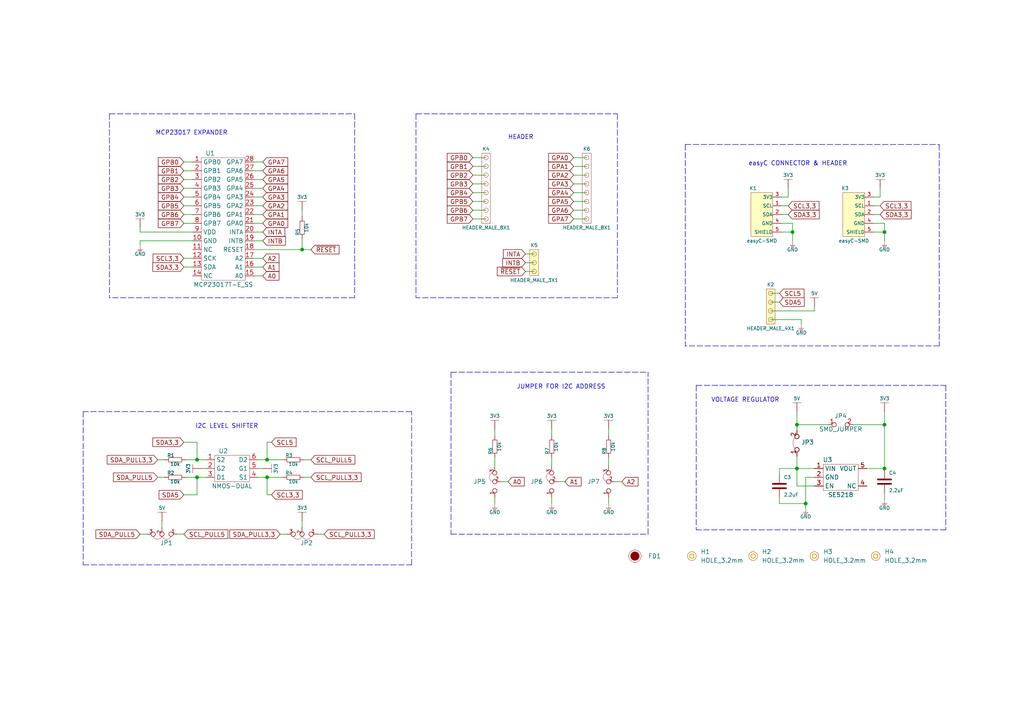
<source format=kicad_sch>
(kicad_sch (version 20210126) (generator eeschema)

  (paper "A4")

  (lib_symbols
    (symbol "e-radionica.com schematics:0603C" (pin_numbers hide) (pin_names (offset 0.002)) (in_bom yes) (on_board yes)
      (property "Reference" "C" (id 0) (at -0.635 3.175 0)
        (effects (font (size 1 1)))
      )
      (property "Value" "0603C" (id 1) (at 0 -3.175 0)
        (effects (font (size 1 1)))
      )
      (property "Footprint" "e-radionica.com footprinti:0603C" (id 2) (at 0 0 0)
        (effects (font (size 1 1)) hide)
      )
      (property "Datasheet" "" (id 3) (at 0 0 0)
        (effects (font (size 1 1)) hide)
      )
      (symbol "0603C_0_1"
        (polyline
          (pts
            (xy -0.635 1.905)
            (xy -0.635 -1.905)
          )
          (stroke (width 0.5)) (fill (type none))
        )
        (polyline
          (pts
            (xy 0.635 1.905)
            (xy 0.635 -1.905)
          )
          (stroke (width 0.5)) (fill (type none))
        )
      )
      (symbol "0603C_1_1"
        (pin passive line (at 3.175 0 180) (length 2.54)
          (name "~" (effects (font (size 1.27 1.27))))
          (number "2" (effects (font (size 1.27 1.27))))
        )
        (pin passive line (at -3.175 0 0) (length 2.54)
          (name "~" (effects (font (size 1.27 1.27))))
          (number "1" (effects (font (size 1.27 1.27))))
        )
      )
    )
    (symbol "e-radionica.com schematics:0603R" (pin_numbers hide) (pin_names (offset 0.254)) (in_bom yes) (on_board yes)
      (property "Reference" "R" (id 0) (at -1.905 1.905 0)
        (effects (font (size 1 1)))
      )
      (property "Value" "0603R" (id 1) (at 0 -1.905 0)
        (effects (font (size 1 1)))
      )
      (property "Footprint" "e-radionica.com footprinti:0603R" (id 2) (at -0.635 1.905 0)
        (effects (font (size 1 1)) hide)
      )
      (property "Datasheet" "" (id 3) (at -0.635 1.905 0)
        (effects (font (size 1 1)) hide)
      )
      (symbol "0603R_0_1"
        (rectangle (start -1.905 0.635) (end -1.8796 -0.635)
          (stroke (width 0.1)) (fill (type none))
        )
        (rectangle (start -1.905 0.635) (end 1.905 0.6096)
          (stroke (width 0.1)) (fill (type none))
        )
        (rectangle (start -1.905 -0.635) (end 1.905 -0.6604)
          (stroke (width 0.1)) (fill (type none))
        )
        (rectangle (start 1.905 0.635) (end 1.9304 -0.635)
          (stroke (width 0.1)) (fill (type none))
        )
      )
      (symbol "0603R_1_1"
        (pin passive line (at -3.175 0 0) (length 1.27)
          (name "~" (effects (font (size 1.27 1.27))))
          (number "1" (effects (font (size 1.27 1.27))))
        )
        (pin passive line (at 3.175 0 180) (length 1.27)
          (name "~" (effects (font (size 1.27 1.27))))
          (number "2" (effects (font (size 1.27 1.27))))
        )
      )
    )
    (symbol "e-radionica.com schematics:3V3" (power) (pin_names (offset 0)) (in_bom yes) (on_board yes)
      (property "Reference" "#PWR" (id 0) (at 4.445 0 0)
        (effects (font (size 1 1)) hide)
      )
      (property "Value" "3V3" (id 1) (at 0 3.556 0)
        (effects (font (size 1 1)))
      )
      (property "Footprint" "" (id 2) (at 4.445 3.81 0)
        (effects (font (size 1 1)) hide)
      )
      (property "Datasheet" "" (id 3) (at 4.445 3.81 0)
        (effects (font (size 1 1)) hide)
      )
      (property "ki_keywords" "power-flag" (id 4) (at 0 0 0)
        (effects (font (size 1.27 1.27)) hide)
      )
      (property "ki_description" "Power symbol creates a global label with name \"+3V3\"" (id 5) (at 0 0 0)
        (effects (font (size 1.27 1.27)) hide)
      )
      (symbol "3V3_0_1"
        (polyline
          (pts
            (xy 0 0)
            (xy 0 2.54)
          )
          (stroke (width 0)) (fill (type none))
        )
        (polyline
          (pts
            (xy -1.27 2.54)
            (xy 1.27 2.54)
          )
          (stroke (width 0.0006)) (fill (type none))
        )
      )
      (symbol "3V3_1_1"
        (pin power_in line (at 0 0 90) (length 0) hide
          (name "3V3" (effects (font (size 1.27 1.27))))
          (number "1" (effects (font (size 1.27 1.27))))
        )
      )
    )
    (symbol "e-radionica.com schematics:5V" (power) (pin_names (offset 0)) (in_bom yes) (on_board yes)
      (property "Reference" "#PWR" (id 0) (at 4.445 0 0)
        (effects (font (size 1 1)) hide)
      )
      (property "Value" "5V" (id 1) (at 0 3.556 0)
        (effects (font (size 1 1)))
      )
      (property "Footprint" "" (id 2) (at 4.445 3.81 0)
        (effects (font (size 1 1)) hide)
      )
      (property "Datasheet" "" (id 3) (at 4.445 3.81 0)
        (effects (font (size 1 1)) hide)
      )
      (property "ki_keywords" "power-flag" (id 4) (at 0 0 0)
        (effects (font (size 1.27 1.27)) hide)
      )
      (property "ki_description" "Power symbol creates a global label with name \"+3V3\"" (id 5) (at 0 0 0)
        (effects (font (size 1.27 1.27)) hide)
      )
      (symbol "5V_0_1"
        (polyline
          (pts
            (xy 0 0)
            (xy 0 2.54)
          )
          (stroke (width 0)) (fill (type none))
        )
        (polyline
          (pts
            (xy -1.27 2.54)
            (xy 1.27 2.54)
          )
          (stroke (width 0.0006)) (fill (type none))
        )
      )
      (symbol "5V_1_1"
        (pin power_in line (at 0 0 90) (length 0) hide
          (name "5V" (effects (font (size 1.27 1.27))))
          (number "1" (effects (font (size 1.27 1.27))))
        )
      )
    )
    (symbol "e-radionica.com schematics:Fiducial_Stencil" (pin_numbers hide) (pin_names hide) (in_bom yes) (on_board yes)
      (property "Reference" "FD?" (id 0) (at 0 3.048 0)
        (effects (font (size 1.27 1.27)))
      )
      (property "Value" "Fiducial_Stencil" (id 1) (at 0 -2.794 0)
        (effects (font (size 1.27 1.27)) hide)
      )
      (property "Footprint" "e-radionica.com footprinti:FIDUCIAL_1MM_PASTE" (id 2) (at 0 -6.35 0)
        (effects (font (size 1.27 1.27)) hide)
      )
      (property "Datasheet" "" (id 3) (at 0 0 0)
        (effects (font (size 1.27 1.27)) hide)
      )
      (symbol "Fiducial_Stencil_0_1"
        (circle (center 0 0) (radius 1.7961) (stroke (width 0.0006)) (fill (type none)))
        (circle (center 0 0) (radius 1.27) (stroke (width 0.001)) (fill (type outline)))
        (polyline
          (pts
            (xy 1.778 0)
            (xy 2.032 0)
          )
          (stroke (width 0.0006)) (fill (type none))
        )
        (polyline
          (pts
            (xy 0 1.778)
            (xy 0 2.032)
          )
          (stroke (width 0.0006)) (fill (type none))
        )
        (polyline
          (pts
            (xy -1.778 0)
            (xy -2.032 0)
          )
          (stroke (width 0.0006)) (fill (type none))
        )
        (polyline
          (pts
            (xy 0 -1.778)
            (xy 0 -2.032)
          )
          (stroke (width 0.0006)) (fill (type none))
        )
      )
    )
    (symbol "e-radionica.com schematics:GND" (power) (pin_names (offset 0)) (in_bom yes) (on_board yes)
      (property "Reference" "#PWR" (id 0) (at 4.445 0 0)
        (effects (font (size 1 1)) hide)
      )
      (property "Value" "GND" (id 1) (at 0 -2.921 0)
        (effects (font (size 1 1)))
      )
      (property "Footprint" "" (id 2) (at 4.445 3.81 0)
        (effects (font (size 1 1)) hide)
      )
      (property "Datasheet" "" (id 3) (at 4.445 3.81 0)
        (effects (font (size 1 1)) hide)
      )
      (property "ki_keywords" "power-flag" (id 4) (at 0 0 0)
        (effects (font (size 1.27 1.27)) hide)
      )
      (property "ki_description" "Power symbol creates a global label with name \"+3V3\"" (id 5) (at 0 0 0)
        (effects (font (size 1.27 1.27)) hide)
      )
      (symbol "GND_0_1"
        (polyline
          (pts
            (xy 0 0)
            (xy 0 -1.27)
          )
          (stroke (width 0.0006)) (fill (type none))
        )
        (polyline
          (pts
            (xy -0.762 -1.27)
            (xy 0.762 -1.27)
          )
          (stroke (width 0.0006)) (fill (type none))
        )
        (polyline
          (pts
            (xy -0.381 -1.778)
            (xy 0.381 -1.778)
          )
          (stroke (width 0.0006)) (fill (type none))
        )
        (polyline
          (pts
            (xy -0.127 -2.032)
            (xy 0.127 -2.032)
          )
          (stroke (width 0.0006)) (fill (type none))
        )
        (polyline
          (pts
            (xy -0.635 -1.524)
            (xy 0.635 -1.524)
          )
          (stroke (width 0.0006)) (fill (type none))
        )
      )
      (symbol "GND_1_1"
        (pin power_in line (at 0 0 270) (length 0) hide
          (name "GND" (effects (font (size 1.27 1.27))))
          (number "1" (effects (font (size 1.27 1.27))))
        )
      )
    )
    (symbol "e-radionica.com schematics:HEADER_MALE_3X1" (pin_numbers hide) (pin_names hide) (in_bom yes) (on_board yes)
      (property "Reference" "K" (id 0) (at -0.635 5.08 0)
        (effects (font (size 1 1)))
      )
      (property "Value" "HEADER_MALE_3X1" (id 1) (at 0 -5.08 0)
        (effects (font (size 1 1)))
      )
      (property "Footprint" "e-radionica.com footprinti:HEADER_MALE_3X1" (id 2) (at 0 -7.62 0)
        (effects (font (size 1 1)) hide)
      )
      (property "Datasheet" "" (id 3) (at 0 -2.54 0)
        (effects (font (size 1 1)) hide)
      )
      (symbol "HEADER_MALE_3X1_0_1"
        (circle (center 0 -2.54) (radius 0.635) (stroke (width 0.0006)) (fill (type none)))
        (circle (center 0 0) (radius 0.635) (stroke (width 0.0006)) (fill (type none)))
        (circle (center 0 2.54) (radius 0.635) (stroke (width 0.0006)) (fill (type none)))
        (rectangle (start 1.27 -3.81) (end -1.27 3.81)
          (stroke (width 0.001)) (fill (type background))
        )
      )
      (symbol "HEADER_MALE_3X1_1_1"
        (pin passive line (at 0 -2.54 180) (length 0)
          (name "~" (effects (font (size 1 1))))
          (number "1" (effects (font (size 1 1))))
        )
        (pin passive line (at 0 0 180) (length 0)
          (name "~" (effects (font (size 1 1))))
          (number "2" (effects (font (size 1 1))))
        )
        (pin passive line (at 0 2.54 180) (length 0)
          (name "~" (effects (font (size 1 1))))
          (number "3" (effects (font (size 1 1))))
        )
      )
    )
    (symbol "e-radionica.com schematics:HEADER_MALE_4X1" (pin_numbers hide) (pin_names hide) (in_bom yes) (on_board yes)
      (property "Reference" "K" (id 0) (at -0.635 7.62 0)
        (effects (font (size 1 1)))
      )
      (property "Value" "HEADER_MALE_4X1" (id 1) (at 0 -5.08 0)
        (effects (font (size 1 1)))
      )
      (property "Footprint" "e-radionica.com footprinti:HEADER_MALE_4X1" (id 2) (at 0 -2.54 0)
        (effects (font (size 1 1)) hide)
      )
      (property "Datasheet" "" (id 3) (at 0 -2.54 0)
        (effects (font (size 1 1)) hide)
      )
      (symbol "HEADER_MALE_4X1_0_1"
        (circle (center 0 -2.54) (radius 0.635) (stroke (width 0.0006)) (fill (type none)))
        (circle (center 0 0) (radius 0.635) (stroke (width 0.0006)) (fill (type none)))
        (circle (center 0 2.54) (radius 0.635) (stroke (width 0.0006)) (fill (type none)))
        (circle (center 0 5.08) (radius 0.635) (stroke (width 0.0006)) (fill (type none)))
        (rectangle (start 1.27 -3.81) (end -1.27 6.35)
          (stroke (width 0.001)) (fill (type background))
        )
      )
      (symbol "HEADER_MALE_4X1_1_1"
        (pin passive line (at 0 -2.54 180) (length 0)
          (name "~" (effects (font (size 1 1))))
          (number "1" (effects (font (size 1 1))))
        )
        (pin passive line (at 0 0 180) (length 0)
          (name "~" (effects (font (size 1 1))))
          (number "2" (effects (font (size 1 1))))
        )
        (pin passive line (at 0 2.54 180) (length 0)
          (name "~" (effects (font (size 1 1))))
          (number "3" (effects (font (size 1 1))))
        )
        (pin passive line (at 0 5.08 180) (length 0)
          (name "~" (effects (font (size 1 1))))
          (number "4" (effects (font (size 1 1))))
        )
      )
    )
    (symbol "e-radionica.com schematics:HEADER_MALE_8X1" (pin_numbers hide) (pin_names hide) (in_bom yes) (on_board yes)
      (property "Reference" "K" (id 0) (at -0.635 12.7 0)
        (effects (font (size 1 1)))
      )
      (property "Value" "HEADER_MALE_8X1" (id 1) (at 0.635 -10.16 0)
        (effects (font (size 1 1)))
      )
      (property "Footprint" "e-radionica.com footprinti:HEADER_MALE_8X1" (id 2) (at 0 0 0)
        (effects (font (size 1 1)) hide)
      )
      (property "Datasheet" "" (id 3) (at 0 0 0)
        (effects (font (size 1 1)) hide)
      )
      (symbol "HEADER_MALE_8X1_0_1"
        (circle (center 0 -7.62) (radius 0.635) (stroke (width 0.0006)) (fill (type none)))
        (circle (center 0 -5.08) (radius 0.635) (stroke (width 0.0006)) (fill (type none)))
        (circle (center 0 -2.54) (radius 0.635) (stroke (width 0.0006)) (fill (type none)))
        (circle (center 0 0) (radius 0.635) (stroke (width 0.0006)) (fill (type none)))
        (circle (center 0 2.54) (radius 0.635) (stroke (width 0.0006)) (fill (type none)))
        (circle (center 0 5.08) (radius 0.635) (stroke (width 0.0006)) (fill (type none)))
        (circle (center 0 7.62) (radius 0.635) (stroke (width 0.0006)) (fill (type none)))
        (circle (center 0 10.16) (radius 0.635) (stroke (width 0.0006)) (fill (type none)))
        (rectangle (start 1.27 -8.89) (end -1.27 11.43)
          (stroke (width 0.0006)) (fill (type none))
        )
      )
      (symbol "HEADER_MALE_8X1_1_1"
        (pin passive line (at 0 -7.62 180) (length 0)
          (name "~" (effects (font (size 0.991 0.991))))
          (number "1" (effects (font (size 0.991 0.991))))
        )
        (pin passive line (at 0 -5.08 180) (length 0)
          (name "~" (effects (font (size 0.991 0.991))))
          (number "2" (effects (font (size 0.991 0.991))))
        )
        (pin passive line (at 0 -2.54 180) (length 0)
          (name "~" (effects (font (size 0.991 0.991))))
          (number "3" (effects (font (size 0.991 0.991))))
        )
        (pin passive line (at 0 0 180) (length 0)
          (name "~" (effects (font (size 0.991 0.991))))
          (number "4" (effects (font (size 0.991 0.991))))
        )
        (pin passive line (at 0 2.54 180) (length 0)
          (name "~" (effects (font (size 0.991 0.991))))
          (number "5" (effects (font (size 0.991 0.991))))
        )
        (pin passive line (at 0 5.08 180) (length 0)
          (name "~" (effects (font (size 0.991 0.991))))
          (number "6" (effects (font (size 0.991 0.991))))
        )
        (pin passive line (at 0 7.62 180) (length 0)
          (name "~" (effects (font (size 0.991 0.991))))
          (number "7" (effects (font (size 0.991 0.991))))
        )
        (pin passive line (at 0 10.16 180) (length 0)
          (name "~" (effects (font (size 0.991 0.991))))
          (number "8" (effects (font (size 0.991 0.991))))
        )
      )
    )
    (symbol "e-radionica.com schematics:HOLE_3.2mm" (pin_numbers hide) (pin_names hide) (in_bom yes) (on_board yes)
      (property "Reference" "H" (id 0) (at 0 2.54 0)
        (effects (font (size 1.27 1.27)))
      )
      (property "Value" "HOLE_3.2mm" (id 1) (at 0 -2.54 0)
        (effects (font (size 1.27 1.27)))
      )
      (property "Footprint" "e-radionica.com footprinti:HOLE_3.2mm" (id 2) (at 0 0 0)
        (effects (font (size 1.27 1.27)) hide)
      )
      (property "Datasheet" "" (id 3) (at 0 0 0)
        (effects (font (size 1.27 1.27)) hide)
      )
      (symbol "HOLE_3.2mm_0_1"
        (circle (center 0 0) (radius 1.27) (stroke (width 0.001)) (fill (type background)))
        (circle (center 0 0) (radius 0.635) (stroke (width 0.0006)) (fill (type none)))
      )
    )
    (symbol "e-radionica.com schematics:MCP23017T-E_SS" (in_bom yes) (on_board yes)
      (property "Reference" "U" (id 0) (at 0 17.78 0)
        (effects (font (size 1.27 1.27)))
      )
      (property "Value" "MCP23017T-E_SS" (id 1) (at 0 -20.32 0)
        (effects (font (size 1.27 1.27)))
      )
      (property "Footprint" "e-radionica.com footprinti:MCP23017" (id 2) (at 0.127 0 0)
        (effects (font (size 1.27 1.27)) hide)
      )
      (property "Datasheet" "" (id 3) (at -12.7 2.54 0)
        (effects (font (size 1.27 1.27)) hide)
      )
      (symbol "MCP23017T-E_SS_0_1"
        (rectangle (start -6.35 16.51) (end 6.35 -19.05)
          (stroke (width 0.0006)) (fill (type none))
        )
      )
      (symbol "MCP23017T-E_SS_1_1"
        (pin passive line (at -8.89 15.24 0) (length 2.54)
          (name "GPB0" (effects (font (size 1.27 1.27))))
          (number "1" (effects (font (size 1.27 1.27))))
        )
        (pin passive line (at -8.89 12.7 0) (length 2.54)
          (name "GPB1" (effects (font (size 1.27 1.27))))
          (number "2" (effects (font (size 1.27 1.27))))
        )
        (pin passive line (at -8.89 10.16 0) (length 2.54)
          (name "GPB2" (effects (font (size 1.27 1.27))))
          (number "3" (effects (font (size 1.27 1.27))))
        )
        (pin passive line (at -8.89 7.62 0) (length 2.54)
          (name "GPB3" (effects (font (size 1.27 1.27))))
          (number "4" (effects (font (size 1.27 1.27))))
        )
        (pin passive line (at -8.89 5.08 0) (length 2.54)
          (name "GPB4" (effects (font (size 1.27 1.27))))
          (number "5" (effects (font (size 1.27 1.27))))
        )
        (pin passive line (at -8.89 2.54 0) (length 2.54)
          (name "GPB5" (effects (font (size 1.27 1.27))))
          (number "6" (effects (font (size 1.27 1.27))))
        )
        (pin passive line (at -8.89 0 0) (length 2.54)
          (name "GPB6" (effects (font (size 1.27 1.27))))
          (number "7" (effects (font (size 1.27 1.27))))
        )
        (pin passive line (at -8.89 -2.54 0) (length 2.54)
          (name "GPB7" (effects (font (size 1.27 1.27))))
          (number "8" (effects (font (size 1.27 1.27))))
        )
        (pin passive line (at -8.89 -5.08 0) (length 2.54)
          (name "VDD" (effects (font (size 1.27 1.27))))
          (number "9" (effects (font (size 1.27 1.27))))
        )
        (pin passive line (at -8.89 -7.62 0) (length 2.54)
          (name "GND" (effects (font (size 1.27 1.27))))
          (number "10" (effects (font (size 1.27 1.27))))
        )
        (pin passive line (at -8.89 -10.16 0) (length 2.54)
          (name "NC" (effects (font (size 1.27 1.27))))
          (number "11" (effects (font (size 1.27 1.27))))
        )
        (pin passive line (at -8.89 -12.7 0) (length 2.54)
          (name "SCK" (effects (font (size 1.27 1.27))))
          (number "12" (effects (font (size 1.27 1.27))))
        )
        (pin passive line (at -8.89 -15.24 0) (length 2.54)
          (name "SDA" (effects (font (size 1.27 1.27))))
          (number "13" (effects (font (size 1.27 1.27))))
        )
        (pin passive line (at 8.89 -15.24 180) (length 2.54)
          (name "A1" (effects (font (size 1.27 1.27))))
          (number "16" (effects (font (size 1.27 1.27))))
        )
        (pin passive line (at 8.89 -12.7 180) (length 2.54)
          (name "A2" (effects (font (size 1.27 1.27))))
          (number "17" (effects (font (size 1.27 1.27))))
        )
        (pin passive line (at 8.89 -10.16 180) (length 2.54)
          (name "RESET" (effects (font (size 1.27 1.27))))
          (number "18" (effects (font (size 1.27 1.27))))
        )
        (pin passive line (at 8.89 -7.62 180) (length 2.54)
          (name "INTB" (effects (font (size 1.27 1.27))))
          (number "19" (effects (font (size 1.27 1.27))))
        )
        (pin passive line (at 8.89 -5.08 180) (length 2.54)
          (name "INTA" (effects (font (size 1.27 1.27))))
          (number "20" (effects (font (size 1.27 1.27))))
        )
        (pin passive line (at 8.89 -2.54 180) (length 2.54)
          (name "GPA0" (effects (font (size 1.27 1.27))))
          (number "21" (effects (font (size 1.27 1.27))))
        )
        (pin passive line (at 8.89 0 180) (length 2.54)
          (name "GPA1" (effects (font (size 1.27 1.27))))
          (number "22" (effects (font (size 1.27 1.27))))
        )
        (pin passive line (at 8.89 2.54 180) (length 2.54)
          (name "GPA2" (effects (font (size 1.27 1.27))))
          (number "23" (effects (font (size 1.27 1.27))))
        )
        (pin passive line (at 8.89 5.08 180) (length 2.54)
          (name "GPA3" (effects (font (size 1.27 1.27))))
          (number "24" (effects (font (size 1.27 1.27))))
        )
        (pin passive line (at 8.89 7.62 180) (length 2.54)
          (name "GPA4" (effects (font (size 1.27 1.27))))
          (number "25" (effects (font (size 1.27 1.27))))
        )
        (pin passive line (at 8.89 10.16 180) (length 2.54)
          (name "GPA5" (effects (font (size 1.27 1.27))))
          (number "26" (effects (font (size 1.27 1.27))))
        )
        (pin passive line (at 8.89 12.7 180) (length 2.54)
          (name "GPA6" (effects (font (size 1.27 1.27))))
          (number "27" (effects (font (size 1.27 1.27))))
        )
        (pin passive line (at 8.89 15.24 180) (length 2.54)
          (name "GPA7" (effects (font (size 1.27 1.27))))
          (number "28" (effects (font (size 1.27 1.27))))
        )
        (pin passive line (at -8.89 -17.78 0) (length 2.54)
          (name "NC" (effects (font (size 1.27 1.27))))
          (number "14" (effects (font (size 1.27 1.27))))
        )
        (pin passive line (at 8.89 -17.78 180) (length 2.54)
          (name "A0" (effects (font (size 1.27 1.27))))
          (number "15" (effects (font (size 1.27 1.27))))
        )
      )
    )
    (symbol "e-radionica.com schematics:NMOS-DUAL" (in_bom yes) (on_board yes)
      (property "Reference" "U" (id 0) (at -3.81 5.08 0)
        (effects (font (size 1.27 1.27)))
      )
      (property "Value" "NMOS-DUAL" (id 1) (at 0 -5.08 0)
        (effects (font (size 1.27 1.27)))
      )
      (property "Footprint" "e-radionica.com footprinti:SOT-363" (id 2) (at 0 -7.62 0)
        (effects (font (size 1.27 1.27)) hide)
      )
      (property "Datasheet" "" (id 3) (at 0 -2.54 0)
        (effects (font (size 1.27 1.27)) hide)
      )
      (symbol "NMOS-DUAL_0_1"
        (rectangle (start -5.08 3.81) (end 5.08 -3.81)
          (stroke (width 0.0006)) (fill (type none))
        )
      )
      (symbol "NMOS-DUAL_1_1"
        (pin input line (at -7.62 2.54 0) (length 2.54)
          (name "S2" (effects (font (size 1.27 1.27))))
          (number "1" (effects (font (size 1.27 1.27))))
        )
        (pin input line (at -7.62 0 0) (length 2.54)
          (name "G2" (effects (font (size 1.27 1.27))))
          (number "2" (effects (font (size 1.27 1.27))))
        )
        (pin input line (at -7.62 -2.54 0) (length 2.54)
          (name "D1" (effects (font (size 1.27 1.27))))
          (number "3" (effects (font (size 1.27 1.27))))
        )
        (pin input line (at 7.62 -2.54 180) (length 2.54)
          (name "S1" (effects (font (size 1.27 1.27))))
          (number "4" (effects (font (size 1.27 1.27))))
        )
        (pin input line (at 7.62 0 180) (length 2.54)
          (name "G1" (effects (font (size 1.27 1.27))))
          (number "5" (effects (font (size 1.27 1.27))))
        )
        (pin input line (at 7.62 2.54 180) (length 2.54)
          (name "D2" (effects (font (size 1.27 1.27))))
          (number "6" (effects (font (size 1.27 1.27))))
        )
      )
    )
    (symbol "e-radionica.com schematics:SE5218" (in_bom yes) (on_board yes)
      (property "Reference" "U" (id 0) (at -3.81 5.08 0)
        (effects (font (size 1.27 1.27)))
      )
      (property "Value" "SE5218" (id 1) (at 0 -5.08 0)
        (effects (font (size 1.27 1.27)))
      )
      (property "Footprint" "e-radionica.com footprinti:SOT-23-5" (id 2) (at 0 0 0)
        (effects (font (size 1.27 1.27)) hide)
      )
      (property "Datasheet" "" (id 3) (at 0 0 0)
        (effects (font (size 1.27 1.27)) hide)
      )
      (symbol "SE5218_0_1"
        (rectangle (start -5.08 3.81) (end 5.08 -3.81)
          (stroke (width 0.0006)) (fill (type none))
        )
      )
      (symbol "SE5218_1_1"
        (pin power_in line (at -7.62 2.54 0) (length 2.54)
          (name "VIN" (effects (font (size 1.27 1.27))))
          (number "1" (effects (font (size 1.27 1.27))))
        )
        (pin power_in line (at -7.62 0 0) (length 2.54)
          (name "GND" (effects (font (size 1.27 1.27))))
          (number "2" (effects (font (size 1.27 1.27))))
        )
        (pin input line (at -7.62 -2.54 0) (length 2.54)
          (name "EN" (effects (font (size 1.27 1.27))))
          (number "3" (effects (font (size 1.27 1.27))))
        )
        (pin passive line (at 7.62 -2.54 180) (length 2.54)
          (name "NC" (effects (font (size 1.27 1.27))))
          (number "4" (effects (font (size 1.27 1.27))))
        )
        (pin power_out line (at 7.62 2.54 180) (length 2.54)
          (name "VOUT" (effects (font (size 1.27 1.27))))
          (number "5" (effects (font (size 1.27 1.27))))
        )
      )
    )
    (symbol "e-radionica.com schematics:SMD-JUMPER-CONNECTED_TRACE_NOSLODERMASK" (in_bom yes) (on_board yes)
      (property "Reference" "JP" (id 0) (at 0 3.556 0)
        (effects (font (size 1.27 1.27)))
      )
      (property "Value" "SMD-JUMPER-CONNECTED_TRACE_NOSLODERMASK" (id 1) (at 0 -2.54 0)
        (effects (font (size 1.27 1.27)))
      )
      (property "Footprint" "e-radionica.com footprinti:SMD-JUMPER-CONNECTED_TRACE_NOSLODERMASK" (id 2) (at 0 0 0)
        (effects (font (size 1.27 1.27)) hide)
      )
      (property "Datasheet" "" (id 3) (at 0 0 0)
        (effects (font (size 1.27 1.27)) hide)
      )
      (symbol "SMD-JUMPER-CONNECTED_TRACE_NOSLODERMASK_0_1"
        (arc (start -1.8034 0.5588) (end 1.397 0.5842) (radius (at -0.1875 -1.4124) (length 2.5489) (angles 129.3 51.6))
          (stroke (width 0.0006)) (fill (type none))
        )
      )
      (symbol "SMD-JUMPER-CONNECTED_TRACE_NOSLODERMASK_1_1"
        (pin passive inverted (at -4.064 0 0) (length 2.54)
          (name "" (effects (font (size 1.27 1.27))))
          (number "1" (effects (font (size 1.27 1.27))))
        )
        (pin passive inverted (at 3.556 0 180) (length 2.54)
          (name "" (effects (font (size 1.27 1.27))))
          (number "2" (effects (font (size 1.27 1.27))))
        )
      )
    )
    (symbol "e-radionica.com schematics:SMD_JUMPER" (in_bom yes) (on_board yes)
      (property "Reference" "JP" (id 0) (at 0 1.397 0)
        (effects (font (size 1.27 1.27)))
      )
      (property "Value" "SMD_JUMPER" (id 1) (at 0.508 -3.048 0)
        (effects (font (size 1.27 1.27)))
      )
      (property "Footprint" "e-radionica.com footprinti:SMD_JUMPER" (id 2) (at 0 0 0)
        (effects (font (size 1.27 1.27)) hide)
      )
      (property "Datasheet" "" (id 3) (at 0 0 0)
        (effects (font (size 1.27 1.27)) hide)
      )
      (symbol "SMD_JUMPER_1_1"
        (pin passive inverted (at -3.81 0 0) (length 2.54)
          (name "" (effects (font (size 1.27 1.27))))
          (number "1" (effects (font (size 1.27 1.27))))
        )
        (pin passive inverted (at 3.81 0 180) (length 2.54)
          (name "" (effects (font (size 1.27 1.27))))
          (number "2" (effects (font (size 1.27 1.27))))
        )
      )
    )
    (symbol "e-radionica.com schematics:SMD_JUMPER_3_PAD_CONNECTED_RIGHT" (in_bom yes) (on_board yes)
      (property "Reference" "JP" (id 0) (at 0 2.5908 0)
        (effects (font (size 1.27 1.27)))
      )
      (property "Value" "SMD_JUMPER_3_PAD_CONNECTED_RIGHT" (id 1) (at 0.0254 -6.9088 0)
        (effects (font (size 1.27 1.27)))
      )
      (property "Footprint" "e-radionica.com footprinti:SMD_JUMPER_3_PAD_CONNECTED_RIGHT" (id 2) (at 0 0 0)
        (effects (font (size 1.27 1.27)) hide)
      )
      (property "Datasheet" "" (id 3) (at 0 0 0)
        (effects (font (size 1.27 1.27)) hide)
      )
      (symbol "SMD_JUMPER_3_PAD_CONNECTED_RIGHT_0_1"
        (arc (start 0.0433 0.705) (end 2.6595 0.6796) (radius (at 1.3462 0.1524) (length 1.4152) (angles 157 21.9))
          (stroke (width 0.0006)) (fill (type none))
        )
      )
      (symbol "SMD_JUMPER_3_PAD_CONNECTED_RIGHT_1_1"
        (pin passive inverted (at -4.5466 0 0) (length 2.54)
          (name "" (effects (font (size 1 1))))
          (number "1" (effects (font (size 1 1))))
        )
        (pin passive inverted (at 0 -1.905 90) (length 2.54)
          (name "" (effects (font (size 1 1))))
          (number "2" (effects (font (size 1 1))))
        )
        (pin passive inverted (at 4.445 0.0254 180) (length 2.54)
          (name "" (effects (font (size 1 1))))
          (number "3" (effects (font (size 1 1))))
        )
      )
    )
    (symbol "e-radionica.com schematics:SMD_JUMPER_3_PAD_TRACE" (in_bom yes) (on_board yes)
      (property "Reference" "JP" (id 0) (at 0.0254 5.461 0)
        (effects (font (size 1.27 1.27)))
      )
      (property "Value" "SMD_JUMPER_3_PAD_TRACE" (id 1) (at 0.3048 -4.572 0)
        (effects (font (size 1.27 1.27)))
      )
      (property "Footprint" "e-radionica.com footprinti:SMD_JUMPER_3_PAD_TRACE" (id 2) (at 0 -1.27 0)
        (effects (font (size 1.27 1.27)) hide)
      )
      (property "Datasheet" "" (id 3) (at 0 0 0)
        (effects (font (size 1.27 1.27)) hide)
      )
      (symbol "SMD_JUMPER_3_PAD_TRACE_0_1"
        (arc (start -2.6162 0.6096) (end 0 0.5842) (radius (at -1.3133 0.057) (length 1.4152) (angles 157 21.9))
          (stroke (width 0.0006)) (fill (type none))
        )
        (arc (start 0 0.6096) (end 2.5908 0.6604) (radius (at 1.308 -0.0085) (length 1.4467) (angles 154.7 27.5))
          (stroke (width 0.0006)) (fill (type none))
        )
      )
      (symbol "SMD_JUMPER_3_PAD_TRACE_1_1"
        (pin passive inverted (at -4.5212 -0.0254 0) (length 2.54)
          (name "" (effects (font (size 1 1))))
          (number "1" (effects (font (size 1 1))))
        )
        (pin passive inverted (at 0.0254 -1.9304 90) (length 2.54)
          (name "" (effects (font (size 1 1))))
          (number "2" (effects (font (size 1 1))))
        )
        (pin passive inverted (at 4.4704 0 180) (length 2.54)
          (name "" (effects (font (size 1 1))))
          (number "3" (effects (font (size 1 1))))
        )
      )
    )
    (symbol "e-radionica.com schematics:easyC-SMD" (pin_names (offset 0.002)) (in_bom yes) (on_board yes)
      (property "Reference" "K" (id 0) (at -2.54 10.16 0)
        (effects (font (size 1 1)))
      )
      (property "Value" "easyC-SMD" (id 1) (at 0 -5.08 0)
        (effects (font (size 1 1)))
      )
      (property "Footprint" "e-radionica.com footprinti:easyC-connector" (id 2) (at 3.175 2.54 0)
        (effects (font (size 1 1)) hide)
      )
      (property "Datasheet" "" (id 3) (at 3.175 2.54 0)
        (effects (font (size 1 1)) hide)
      )
      (symbol "easyC-SMD_0_1"
        (rectangle (start -3.175 8.89) (end 3.175 -3.81)
          (stroke (width 0.001)) (fill (type background))
        )
      )
      (symbol "easyC-SMD_1_1"
        (pin passive line (at 5.715 5.08 180) (length 2.54)
          (name "SCL" (effects (font (size 1 1))))
          (number "1" (effects (font (size 1 1))))
        )
        (pin passive line (at 5.715 2.54 180) (length 2.54)
          (name "SDA" (effects (font (size 1 1))))
          (number "2" (effects (font (size 1 1))))
        )
        (pin passive line (at 5.715 7.62 180) (length 2.54)
          (name "3V3" (effects (font (size 1 1))))
          (number "3" (effects (font (size 1 1))))
        )
        (pin passive line (at 5.715 0 180) (length 2.54)
          (name "GND" (effects (font (size 1 1))))
          (number "4" (effects (font (size 1 1))))
        )
        (pin passive line (at 5.715 -2.54 180) (length 2.54)
          (name "SHIELD" (effects (font (size 1 1))))
          (number "5" (effects (font (size 1 1))))
        )
      )
    )
  )

  (junction (at 57.15 133.35) (diameter 0.9144) (color 0 0 0 0))
  (junction (at 57.15 138.43) (diameter 0.9144) (color 0 0 0 0))
  (junction (at 77.47 133.35) (diameter 0.9144) (color 0 0 0 0))
  (junction (at 77.47 138.43) (diameter 0.9144) (color 0 0 0 0))
  (junction (at 87.63 72.39) (diameter 0.9144) (color 0 0 0 0))
  (junction (at 229.87 67.31) (diameter 0.9144) (color 0 0 0 0))
  (junction (at 231.14 123.19) (diameter 0.9144) (color 0 0 0 0))
  (junction (at 231.14 135.89) (diameter 0.9144) (color 0 0 0 0))
  (junction (at 233.68 146.05) (diameter 0.9144) (color 0 0 0 0))
  (junction (at 256.54 67.31) (diameter 0.9144) (color 0 0 0 0))
  (junction (at 256.54 123.19) (diameter 0.9144) (color 0 0 0 0))
  (junction (at 256.54 135.89) (diameter 0.9144) (color 0 0 0 0))

  (wire (pts (xy 40.64 67.31) (xy 40.64 66.04))
    (stroke (width 0) (type solid) (color 0 0 0 0))
    (uuid 5ba38785-1a0c-4e72-a073-9378466c8c45)
  )
  (wire (pts (xy 40.64 69.85) (xy 40.64 71.12))
    (stroke (width 0) (type solid) (color 0 0 0 0))
    (uuid 2fc530e7-1e8b-4463-bcea-ecaff496a2ec)
  )
  (wire (pts (xy 40.64 154.94) (xy 42.5196 154.94))
    (stroke (width 0) (type solid) (color 0 0 0 0))
    (uuid a2699aa9-fb6a-4557-96af-50e8f2a194d7)
  )
  (wire (pts (xy 45.72 133.35) (xy 47.625 133.35))
    (stroke (width 0) (type solid) (color 0 0 0 0))
    (uuid 3a5f2551-d707-4fba-893d-131ed2f5533c)
  )
  (wire (pts (xy 45.72 138.43) (xy 47.625 138.43))
    (stroke (width 0) (type solid) (color 0 0 0 0))
    (uuid ee6ef1a6-5a56-48a9-81e4-b1deb4b4b407)
  )
  (wire (pts (xy 46.9646 151.13) (xy 46.99 151.13))
    (stroke (width 0) (type solid) (color 0 0 0 0))
    (uuid 37972143-6501-4e65-bfb4-3b7ddbd98863)
  )
  (wire (pts (xy 46.9646 153.0096) (xy 46.9646 151.13))
    (stroke (width 0) (type solid) (color 0 0 0 0))
    (uuid 2e0daea8-d4b8-4490-98b8-e1df8a8877f2)
  )
  (wire (pts (xy 51.5112 154.9146) (xy 53.34 154.9146))
    (stroke (width 0) (type solid) (color 0 0 0 0))
    (uuid 858cb64a-b7d1-4755-8a7b-70eb9192cbc8)
  )
  (wire (pts (xy 53.34 46.99) (xy 55.88 46.99))
    (stroke (width 0) (type solid) (color 0 0 0 0))
    (uuid 37c93274-f79f-43e2-be8c-fdece5c0e218)
  )
  (wire (pts (xy 53.34 49.53) (xy 55.88 49.53))
    (stroke (width 0) (type solid) (color 0 0 0 0))
    (uuid e4d690b7-3536-43d1-aa96-ff08e92434cf)
  )
  (wire (pts (xy 53.34 52.07) (xy 55.88 52.07))
    (stroke (width 0) (type solid) (color 0 0 0 0))
    (uuid 61a02586-362e-49da-9192-f05e3ba91909)
  )
  (wire (pts (xy 53.34 54.61) (xy 55.88 54.61))
    (stroke (width 0) (type solid) (color 0 0 0 0))
    (uuid 812057ae-0470-4b0b-a495-59b87008e464)
  )
  (wire (pts (xy 53.34 57.15) (xy 55.88 57.15))
    (stroke (width 0) (type solid) (color 0 0 0 0))
    (uuid 405a0d85-230a-483d-9aa6-d5466d1c3ca2)
  )
  (wire (pts (xy 53.34 59.69) (xy 55.88 59.69))
    (stroke (width 0) (type solid) (color 0 0 0 0))
    (uuid ec4c1606-62fe-4301-b7de-abb5ed18739e)
  )
  (wire (pts (xy 53.34 62.23) (xy 55.88 62.23))
    (stroke (width 0) (type solid) (color 0 0 0 0))
    (uuid ef8104ab-0bc8-4303-a044-34f12ead4ff5)
  )
  (wire (pts (xy 53.34 64.77) (xy 55.88 64.77))
    (stroke (width 0) (type solid) (color 0 0 0 0))
    (uuid 00302279-b022-47f0-8eae-4be6ff0da49b)
  )
  (wire (pts (xy 53.34 74.93) (xy 55.88 74.93))
    (stroke (width 0) (type solid) (color 0 0 0 0))
    (uuid e01f284f-c946-46ad-b246-651439221a40)
  )
  (wire (pts (xy 53.34 77.47) (xy 55.88 77.47))
    (stroke (width 0) (type solid) (color 0 0 0 0))
    (uuid 0d85b9b7-4064-4310-b662-3f5d57d3b15e)
  )
  (wire (pts (xy 53.34 128.27) (xy 57.15 128.27))
    (stroke (width 0) (type solid) (color 0 0 0 0))
    (uuid e380e7af-85a2-4317-99a2-b0cd80c47bab)
  )
  (wire (pts (xy 53.34 143.51) (xy 57.15 143.51))
    (stroke (width 0) (type solid) (color 0 0 0 0))
    (uuid a7f1c3ab-7423-481a-b143-26d1c8373cf0)
  )
  (wire (pts (xy 53.34 154.9146) (xy 53.34 154.94))
    (stroke (width 0) (type solid) (color 0 0 0 0))
    (uuid b0c5e6f4-2a48-4ab0-b861-4b87a79378d5)
  )
  (wire (pts (xy 53.975 133.35) (xy 57.15 133.35))
    (stroke (width 0) (type solid) (color 0 0 0 0))
    (uuid bfe64783-88e2-4c63-80e7-53b56eb1641c)
  )
  (wire (pts (xy 53.975 138.43) (xy 57.15 138.43))
    (stroke (width 0) (type solid) (color 0 0 0 0))
    (uuid cfc81212-fdcd-461e-aa40-a59592dc3d7c)
  )
  (wire (pts (xy 55.88 67.31) (xy 40.64 67.31))
    (stroke (width 0) (type solid) (color 0 0 0 0))
    (uuid 5ba38785-1a0c-4e72-a073-9378466c8c45)
  )
  (wire (pts (xy 55.88 69.85) (xy 40.64 69.85))
    (stroke (width 0) (type solid) (color 0 0 0 0))
    (uuid 2fc530e7-1e8b-4463-bcea-ecaff496a2ec)
  )
  (wire (pts (xy 57.15 128.27) (xy 57.15 133.35))
    (stroke (width 0) (type solid) (color 0 0 0 0))
    (uuid bcb13740-fbef-4e8d-b25d-c235f809b501)
  )
  (wire (pts (xy 57.15 133.35) (xy 59.69 133.35))
    (stroke (width 0) (type solid) (color 0 0 0 0))
    (uuid 601b2b80-4102-4169-ab37-a865dd182fc2)
  )
  (wire (pts (xy 57.15 138.43) (xy 59.69 138.43))
    (stroke (width 0) (type solid) (color 0 0 0 0))
    (uuid adc50d1b-bcdf-4b24-8ee5-e16e6c11a1e7)
  )
  (wire (pts (xy 57.15 143.51) (xy 57.15 138.43))
    (stroke (width 0) (type solid) (color 0 0 0 0))
    (uuid 0a6712bf-a2ff-4273-8640-d346fa9ef018)
  )
  (wire (pts (xy 58.42 135.89) (xy 59.69 135.89))
    (stroke (width 0) (type solid) (color 0 0 0 0))
    (uuid 76a8dee6-762d-45bd-8e76-786a79ddf785)
  )
  (wire (pts (xy 73.66 46.99) (xy 76.2 46.99))
    (stroke (width 0) (type solid) (color 0 0 0 0))
    (uuid efb49cd3-f132-4562-aad6-5c70544c7498)
  )
  (wire (pts (xy 73.66 49.53) (xy 76.2 49.53))
    (stroke (width 0) (type solid) (color 0 0 0 0))
    (uuid b6fb1a6b-ca9e-4eb2-b939-57ccae0bdcf7)
  )
  (wire (pts (xy 73.66 52.07) (xy 76.2 52.07))
    (stroke (width 0) (type solid) (color 0 0 0 0))
    (uuid 8ea6b531-7d0a-4239-9497-29c2bc201382)
  )
  (wire (pts (xy 73.66 54.61) (xy 76.2 54.61))
    (stroke (width 0) (type solid) (color 0 0 0 0))
    (uuid 370dd410-72a5-4573-8964-cc2b8ae8eb9c)
  )
  (wire (pts (xy 73.66 57.15) (xy 76.2 57.15))
    (stroke (width 0) (type solid) (color 0 0 0 0))
    (uuid fb7a33e6-0aab-4c8e-a81a-13aa169971cd)
  )
  (wire (pts (xy 73.66 59.69) (xy 76.2 59.69))
    (stroke (width 0) (type solid) (color 0 0 0 0))
    (uuid 1b02b657-e43f-4f23-87ca-a56be9877296)
  )
  (wire (pts (xy 73.66 62.23) (xy 76.2 62.23))
    (stroke (width 0) (type solid) (color 0 0 0 0))
    (uuid 6e12bef9-08d3-48d4-a196-c5737ee6da9f)
  )
  (wire (pts (xy 73.66 64.77) (xy 76.2 64.77))
    (stroke (width 0) (type solid) (color 0 0 0 0))
    (uuid 195d308c-1c59-474c-8711-7658da870904)
  )
  (wire (pts (xy 73.66 67.31) (xy 76.2 67.31))
    (stroke (width 0) (type solid) (color 0 0 0 0))
    (uuid af185dcb-b769-46ff-9492-79270260fea7)
  )
  (wire (pts (xy 73.66 69.85) (xy 76.2 69.85))
    (stroke (width 0) (type solid) (color 0 0 0 0))
    (uuid 51744c6f-05f1-4573-ac3e-e7067ac7ed5c)
  )
  (wire (pts (xy 73.66 72.39) (xy 87.63 72.39))
    (stroke (width 0) (type solid) (color 0 0 0 0))
    (uuid 2c99b542-a592-4aa5-a3a4-22d363194728)
  )
  (wire (pts (xy 73.66 74.93) (xy 76.2 74.93))
    (stroke (width 0) (type solid) (color 0 0 0 0))
    (uuid 80a77037-beea-4417-80f3-c512f7fcf0e5)
  )
  (wire (pts (xy 73.66 77.47) (xy 76.2 77.47))
    (stroke (width 0) (type solid) (color 0 0 0 0))
    (uuid 28cb803b-4d09-43ee-8e7e-79a138e9aa1b)
  )
  (wire (pts (xy 73.66 80.01) (xy 76.2 80.01))
    (stroke (width 0) (type solid) (color 0 0 0 0))
    (uuid 0ee63516-77aa-49cb-95d4-fb5d0b0e11ee)
  )
  (wire (pts (xy 74.93 133.35) (xy 77.47 133.35))
    (stroke (width 0) (type solid) (color 0 0 0 0))
    (uuid e76ff9ad-d0d2-4858-8293-8f455e50a1d2)
  )
  (wire (pts (xy 74.93 135.89) (xy 76.2 135.89))
    (stroke (width 0) (type solid) (color 0 0 0 0))
    (uuid ae92314b-52de-459b-9fcc-9a72c50559f3)
  )
  (wire (pts (xy 74.93 138.43) (xy 77.47 138.43))
    (stroke (width 0) (type solid) (color 0 0 0 0))
    (uuid 35c46571-d785-4c99-9bd9-e196a5d328e2)
  )
  (wire (pts (xy 77.47 128.27) (xy 77.47 133.35))
    (stroke (width 0) (type solid) (color 0 0 0 0))
    (uuid 50dba1a9-6884-48a6-9769-04b90d9d125f)
  )
  (wire (pts (xy 77.47 133.35) (xy 81.915 133.35))
    (stroke (width 0) (type solid) (color 0 0 0 0))
    (uuid 1652e7b2-35a3-4ab9-9b22-87575604e0ae)
  )
  (wire (pts (xy 77.47 138.43) (xy 81.915 138.43))
    (stroke (width 0) (type solid) (color 0 0 0 0))
    (uuid 9ca3003f-910c-4245-8abc-7dab6d32d2c5)
  )
  (wire (pts (xy 77.47 143.51) (xy 77.47 138.43))
    (stroke (width 0) (type solid) (color 0 0 0 0))
    (uuid afe8688f-fdd2-485c-9622-51cf989d279a)
  )
  (wire (pts (xy 78.74 128.27) (xy 77.47 128.27))
    (stroke (width 0) (type solid) (color 0 0 0 0))
    (uuid 675802dc-14ef-4f75-9cd9-b33ec4458631)
  )
  (wire (pts (xy 78.74 143.51) (xy 77.47 143.51))
    (stroke (width 0) (type solid) (color 0 0 0 0))
    (uuid fd730e32-929d-4815-8649-e19648e0d0a4)
  )
  (wire (pts (xy 81.28 154.94) (xy 83.1596 154.94))
    (stroke (width 0) (type solid) (color 0 0 0 0))
    (uuid e094dd5a-50c9-4ef5-ac8f-860cb85d4313)
  )
  (wire (pts (xy 87.6046 151.13) (xy 87.63 151.13))
    (stroke (width 0) (type solid) (color 0 0 0 0))
    (uuid cc26a32a-0f73-4907-9138-87580a0e7aa2)
  )
  (wire (pts (xy 87.6046 153.0096) (xy 87.6046 151.13))
    (stroke (width 0) (type solid) (color 0 0 0 0))
    (uuid bb6c0a4c-3dbb-434a-85e5-df8c263e829e)
  )
  (wire (pts (xy 87.63 60.96) (xy 87.63 62.865))
    (stroke (width 0) (type solid) (color 0 0 0 0))
    (uuid ceada509-c96b-4ada-bba2-488296c878b2)
  )
  (wire (pts (xy 87.63 69.215) (xy 87.63 72.39))
    (stroke (width 0) (type solid) (color 0 0 0 0))
    (uuid d19c39a1-4d6a-44b1-a57c-cdc66b06b7cf)
  )
  (wire (pts (xy 87.63 72.39) (xy 90.17 72.39))
    (stroke (width 0) (type solid) (color 0 0 0 0))
    (uuid 2c99b542-a592-4aa5-a3a4-22d363194728)
  )
  (wire (pts (xy 88.265 133.35) (xy 90.17 133.35))
    (stroke (width 0) (type solid) (color 0 0 0 0))
    (uuid 7b104e24-5521-4fe2-ae32-56c88c2bd857)
  )
  (wire (pts (xy 88.265 138.43) (xy 90.17 138.43))
    (stroke (width 0) (type solid) (color 0 0 0 0))
    (uuid 532e7c4b-ae0d-45fc-9639-0fdf080eb9a4)
  )
  (wire (pts (xy 92.1512 154.9146) (xy 92.1512 154.94))
    (stroke (width 0) (type solid) (color 0 0 0 0))
    (uuid ac14a590-d199-4f0f-b508-744ba3fe5761)
  )
  (wire (pts (xy 92.1512 154.94) (xy 93.98 154.94))
    (stroke (width 0) (type solid) (color 0 0 0 0))
    (uuid b767b2b5-2eb9-4494-aad9-abfc56506341)
  )
  (wire (pts (xy 137.16 45.72) (xy 140.97 45.72))
    (stroke (width 0) (type solid) (color 0 0 0 0))
    (uuid 21e901ea-072a-4eb5-97d6-af9de0fa395f)
  )
  (wire (pts (xy 137.16 48.26) (xy 140.97 48.26))
    (stroke (width 0) (type solid) (color 0 0 0 0))
    (uuid e59aa097-da4c-403f-adff-e9bbcf8360e0)
  )
  (wire (pts (xy 137.16 50.8) (xy 140.97 50.8))
    (stroke (width 0) (type solid) (color 0 0 0 0))
    (uuid 22fbff63-a0bf-4350-8d91-9c65478a5123)
  )
  (wire (pts (xy 137.16 53.34) (xy 140.97 53.34))
    (stroke (width 0) (type solid) (color 0 0 0 0))
    (uuid a3408be4-30d0-48bd-9b25-45043675b03a)
  )
  (wire (pts (xy 137.16 55.88) (xy 140.97 55.88))
    (stroke (width 0) (type solid) (color 0 0 0 0))
    (uuid e0aab5e4-2e82-4cd7-9588-4553cda52937)
  )
  (wire (pts (xy 137.16 58.42) (xy 140.97 58.42))
    (stroke (width 0) (type solid) (color 0 0 0 0))
    (uuid f535cb94-bf1b-4b8a-9389-8c44a285807f)
  )
  (wire (pts (xy 137.16 60.96) (xy 140.97 60.96))
    (stroke (width 0) (type solid) (color 0 0 0 0))
    (uuid 6f45d06a-6e03-4879-9218-fb8b00b98db3)
  )
  (wire (pts (xy 137.16 63.5) (xy 140.97 63.5))
    (stroke (width 0) (type solid) (color 0 0 0 0))
    (uuid 8a29b0ce-4330-470b-a19c-7b7ea40f98b1)
  )
  (wire (pts (xy 143.51 124.46) (xy 143.51 126.365))
    (stroke (width 0) (type solid) (color 0 0 0 0))
    (uuid 698e722d-5a63-4484-994a-c8cf1b6594cb)
  )
  (wire (pts (xy 143.51 132.715) (xy 143.51 135.255))
    (stroke (width 0) (type solid) (color 0 0 0 0))
    (uuid 4dfeb400-d289-4a88-b81c-1595a48faf31)
  )
  (wire (pts (xy 143.51 135.255) (xy 143.4846 135.255))
    (stroke (width 0) (type solid) (color 0 0 0 0))
    (uuid 4dfeb400-d289-4a88-b81c-1595a48faf31)
  )
  (wire (pts (xy 143.51 144.2466) (xy 143.51 146.05))
    (stroke (width 0) (type solid) (color 0 0 0 0))
    (uuid 0bb566a7-741c-4a47-b0e1-0e5fd8187be1)
  )
  (wire (pts (xy 145.415 139.7) (xy 147.32 139.7))
    (stroke (width 0) (type solid) (color 0 0 0 0))
    (uuid a56f9d29-3c77-4e09-bae6-116f6cbaa779)
  )
  (wire (pts (xy 152.4 73.66) (xy 154.94 73.66))
    (stroke (width 0) (type solid) (color 0 0 0 0))
    (uuid 829e770b-4295-4908-8e2d-8f96dfddc24b)
  )
  (wire (pts (xy 152.4 76.2) (xy 154.94 76.2))
    (stroke (width 0) (type solid) (color 0 0 0 0))
    (uuid 1b3b2f14-f3f8-4de6-bd9f-50c6e5f29893)
  )
  (wire (pts (xy 152.4 78.74) (xy 154.94 78.74))
    (stroke (width 0) (type solid) (color 0 0 0 0))
    (uuid 6a58d45f-9b92-451b-bc51-bc38fd2b64f6)
  )
  (wire (pts (xy 160.02 124.46) (xy 160.02 126.365))
    (stroke (width 0) (type solid) (color 0 0 0 0))
    (uuid a58b0012-b4bd-46be-9e4b-aee221a157d7)
  )
  (wire (pts (xy 160.02 132.715) (xy 160.02 135.255))
    (stroke (width 0) (type solid) (color 0 0 0 0))
    (uuid b0132595-133d-4130-adfe-1d60038591f9)
  )
  (wire (pts (xy 160.02 135.255) (xy 159.9946 135.255))
    (stroke (width 0) (type solid) (color 0 0 0 0))
    (uuid 7c71f69b-a103-46a9-91f6-e570720ced1f)
  )
  (wire (pts (xy 160.02 144.2466) (xy 160.02 146.05))
    (stroke (width 0) (type solid) (color 0 0 0 0))
    (uuid e98ba404-fe08-4860-982c-85c820814002)
  )
  (wire (pts (xy 161.925 139.7) (xy 163.83 139.7))
    (stroke (width 0) (type solid) (color 0 0 0 0))
    (uuid 6265e396-8ddf-4fac-af54-8cb26f0dce63)
  )
  (wire (pts (xy 166.37 45.72) (xy 170.18 45.72))
    (stroke (width 0) (type solid) (color 0 0 0 0))
    (uuid e41d363d-f2ba-467d-a5f5-a780f640c5d8)
  )
  (wire (pts (xy 166.37 48.26) (xy 170.18 48.26))
    (stroke (width 0) (type solid) (color 0 0 0 0))
    (uuid 20f512eb-c586-4e18-ad66-2f783523b6d5)
  )
  (wire (pts (xy 166.37 50.8) (xy 170.18 50.8))
    (stroke (width 0) (type solid) (color 0 0 0 0))
    (uuid 9616f7a8-7d56-4d07-9f43-553a5ddc4e59)
  )
  (wire (pts (xy 166.37 53.34) (xy 170.18 53.34))
    (stroke (width 0) (type solid) (color 0 0 0 0))
    (uuid 7c4d98bd-b5df-4a7c-b0a8-576ac556c9a1)
  )
  (wire (pts (xy 166.37 55.88) (xy 170.18 55.88))
    (stroke (width 0) (type solid) (color 0 0 0 0))
    (uuid de532fd2-0ce9-4973-a1b8-e6068bbaa389)
  )
  (wire (pts (xy 166.37 58.42) (xy 170.18 58.42))
    (stroke (width 0) (type solid) (color 0 0 0 0))
    (uuid 3f536db0-9263-44b1-9361-afbb0ffbae77)
  )
  (wire (pts (xy 166.37 60.96) (xy 170.18 60.96))
    (stroke (width 0) (type solid) (color 0 0 0 0))
    (uuid 7a0335e9-f051-48fa-b8bf-ef2347371fdd)
  )
  (wire (pts (xy 166.37 63.5) (xy 170.18 63.5))
    (stroke (width 0) (type solid) (color 0 0 0 0))
    (uuid c6fee6a5-683f-4038-8708-888440b84d4d)
  )
  (wire (pts (xy 176.53 124.46) (xy 176.53 126.365))
    (stroke (width 0) (type solid) (color 0 0 0 0))
    (uuid 4ef04fa9-454b-44e3-8e0f-642dce6170eb)
  )
  (wire (pts (xy 176.53 132.715) (xy 176.53 135.255))
    (stroke (width 0) (type solid) (color 0 0 0 0))
    (uuid 2f378385-ce3a-474d-b11b-ece6b9fc6f54)
  )
  (wire (pts (xy 176.53 135.255) (xy 176.5046 135.255))
    (stroke (width 0) (type solid) (color 0 0 0 0))
    (uuid c995473d-6859-4f7d-8b3f-955b69cbe646)
  )
  (wire (pts (xy 176.53 144.2466) (xy 176.53 146.05))
    (stroke (width 0) (type solid) (color 0 0 0 0))
    (uuid d7090187-7348-42a5-be08-e71982212b09)
  )
  (wire (pts (xy 178.435 139.7) (xy 180.34 139.7))
    (stroke (width 0) (type solid) (color 0 0 0 0))
    (uuid e9401d66-f33c-4a5d-9ffb-348f5640b445)
  )
  (wire (pts (xy 223.52 85.09) (xy 226.06 85.09))
    (stroke (width 0) (type solid) (color 0 0 0 0))
    (uuid 369d9c52-c236-45e5-b851-f76d2a419ac5)
  )
  (wire (pts (xy 223.52 87.63) (xy 226.06 87.63))
    (stroke (width 0) (type solid) (color 0 0 0 0))
    (uuid a1bb580f-4b4d-4272-9f00-646861ec6af7)
  )
  (wire (pts (xy 223.52 90.17) (xy 236.22 90.17))
    (stroke (width 0) (type solid) (color 0 0 0 0))
    (uuid 794048b4-7b9f-4da0-b60e-000a0435dfd9)
  )
  (wire (pts (xy 223.52 92.71) (xy 232.41 92.71))
    (stroke (width 0) (type solid) (color 0 0 0 0))
    (uuid e5cdf5c8-3e5d-4cfd-952b-b4924e6435c7)
  )
  (wire (pts (xy 226.06 135.89) (xy 231.14 135.89))
    (stroke (width 0) (type solid) (color 0 0 0 0))
    (uuid 8dadf93c-99bc-48c4-9a18-19e078891ec4)
  )
  (wire (pts (xy 226.06 137.795) (xy 226.06 135.89))
    (stroke (width 0) (type solid) (color 0 0 0 0))
    (uuid 0762fa6b-bef2-406a-ab6f-954dbca02336)
  )
  (wire (pts (xy 226.06 144.145) (xy 226.06 146.05))
    (stroke (width 0) (type solid) (color 0 0 0 0))
    (uuid f111ab02-5c88-4802-9f8e-9963965ce3f1)
  )
  (wire (pts (xy 226.06 146.05) (xy 233.68 146.05))
    (stroke (width 0) (type solid) (color 0 0 0 0))
    (uuid 8d64cb33-13f6-45b2-97fb-de14cda3525c)
  )
  (wire (pts (xy 226.695 57.15) (xy 228.6 57.15))
    (stroke (width 0) (type solid) (color 0 0 0 0))
    (uuid ef51b406-7bd0-4181-9252-c657a6f5ffec)
  )
  (wire (pts (xy 226.695 59.69) (xy 228.6 59.69))
    (stroke (width 0) (type solid) (color 0 0 0 0))
    (uuid fcf21e30-04a5-439e-8b75-d2997ef0d094)
  )
  (wire (pts (xy 226.695 62.23) (xy 228.6 62.23))
    (stroke (width 0) (type solid) (color 0 0 0 0))
    (uuid 4b2d0585-650c-4bca-b576-fd474bdf787e)
  )
  (wire (pts (xy 226.695 64.77) (xy 229.87 64.77))
    (stroke (width 0) (type solid) (color 0 0 0 0))
    (uuid 5c78f1ef-6d0e-4069-8e4a-b5a840b182f2)
  )
  (wire (pts (xy 226.695 67.31) (xy 229.87 67.31))
    (stroke (width 0) (type solid) (color 0 0 0 0))
    (uuid 89ba33e6-737e-41cd-bfb9-2c0109001369)
  )
  (wire (pts (xy 228.6 57.15) (xy 228.6 54.61))
    (stroke (width 0) (type solid) (color 0 0 0 0))
    (uuid 30c2958c-c9c1-468c-bb31-6a95dfff19ca)
  )
  (wire (pts (xy 229.87 64.77) (xy 229.87 67.31))
    (stroke (width 0) (type solid) (color 0 0 0 0))
    (uuid 11844c85-9ec3-4d2e-abc1-b2c49e746383)
  )
  (wire (pts (xy 229.87 67.31) (xy 229.87 69.85))
    (stroke (width 0) (type solid) (color 0 0 0 0))
    (uuid 7bb38cce-cc9d-4cc1-94bd-a5edd3f1e846)
  )
  (wire (pts (xy 231.14 119.38) (xy 231.14 123.19))
    (stroke (width 0) (type solid) (color 0 0 0 0))
    (uuid c6b5cff2-d67f-42eb-bef9-279155f32afe)
  )
  (wire (pts (xy 231.14 123.19) (xy 231.14 124.714))
    (stroke (width 0) (type solid) (color 0 0 0 0))
    (uuid fd8a2fbb-8032-4070-80f9-7ca0d8b6b6c5)
  )
  (wire (pts (xy 231.14 123.19) (xy 240.03 123.19))
    (stroke (width 0) (type solid) (color 0 0 0 0))
    (uuid e906ac6f-2fe4-425f-b23c-2cad2907600c)
  )
  (wire (pts (xy 231.14 132.334) (xy 231.14 135.89))
    (stroke (width 0) (type solid) (color 0 0 0 0))
    (uuid ed7fe8d0-7817-4e95-aaa2-f4e299ef2130)
  )
  (wire (pts (xy 231.14 140.97) (xy 231.14 135.89))
    (stroke (width 0) (type solid) (color 0 0 0 0))
    (uuid b47afda8-cb80-4d42-963f-fe58f6b296c4)
  )
  (wire (pts (xy 232.41 92.71) (xy 232.41 93.98))
    (stroke (width 0) (type solid) (color 0 0 0 0))
    (uuid 6fe6b372-61ec-4672-8118-48fd7c353210)
  )
  (wire (pts (xy 233.68 138.43) (xy 233.68 146.05))
    (stroke (width 0) (type solid) (color 0 0 0 0))
    (uuid 7c16a0f8-5d0b-4184-ba1f-7d5249ceb9a4)
  )
  (wire (pts (xy 233.68 146.05) (xy 233.68 147.32))
    (stroke (width 0) (type solid) (color 0 0 0 0))
    (uuid fbe4583b-fbdd-45f2-8260-045f71ca878a)
  )
  (wire (pts (xy 236.22 90.17) (xy 236.22 88.9))
    (stroke (width 0) (type solid) (color 0 0 0 0))
    (uuid 6b883ccb-5dbe-4a03-aa3b-5dbd0405fe5d)
  )
  (wire (pts (xy 236.22 135.89) (xy 231.14 135.89))
    (stroke (width 0) (type solid) (color 0 0 0 0))
    (uuid a7af1c4f-6013-4ac5-964a-3309c50e5c6b)
  )
  (wire (pts (xy 236.22 138.43) (xy 233.68 138.43))
    (stroke (width 0) (type solid) (color 0 0 0 0))
    (uuid c99e204c-6423-4a8a-9fad-4d9433351232)
  )
  (wire (pts (xy 236.22 140.97) (xy 231.14 140.97))
    (stroke (width 0) (type solid) (color 0 0 0 0))
    (uuid 7bc5b822-c781-45d3-9bf5-64b1cf0f387a)
  )
  (wire (pts (xy 247.65 123.19) (xy 256.54 123.19))
    (stroke (width 0) (type solid) (color 0 0 0 0))
    (uuid 49d5b67e-5f84-4cac-b55e-9b8869084634)
  )
  (wire (pts (xy 251.46 135.89) (xy 256.54 135.89))
    (stroke (width 0) (type solid) (color 0 0 0 0))
    (uuid 5cd6ef92-2b94-4691-9512-d535e6e6b674)
  )
  (wire (pts (xy 253.365 57.15) (xy 255.27 57.15))
    (stroke (width 0) (type solid) (color 0 0 0 0))
    (uuid 4058e2b9-7fc7-4973-aa58-922c8cde3afe)
  )
  (wire (pts (xy 253.365 59.69) (xy 255.27 59.69))
    (stroke (width 0) (type solid) (color 0 0 0 0))
    (uuid 8f1cd5be-7185-45f7-a52a-bfa6c4061f87)
  )
  (wire (pts (xy 253.365 62.23) (xy 255.27 62.23))
    (stroke (width 0) (type solid) (color 0 0 0 0))
    (uuid 15e61fa1-b43f-424c-9061-7c857570ff53)
  )
  (wire (pts (xy 253.365 64.77) (xy 256.54 64.77))
    (stroke (width 0) (type solid) (color 0 0 0 0))
    (uuid 19ae374e-4e42-4491-99ba-cd437eb418bd)
  )
  (wire (pts (xy 253.365 67.31) (xy 256.54 67.31))
    (stroke (width 0) (type solid) (color 0 0 0 0))
    (uuid 025ca4ce-f105-4e12-b59d-285336c72594)
  )
  (wire (pts (xy 255.27 57.15) (xy 255.27 54.61))
    (stroke (width 0) (type solid) (color 0 0 0 0))
    (uuid 1a323281-c4c9-47fa-8492-7d65bf3f04d6)
  )
  (wire (pts (xy 256.54 64.77) (xy 256.54 67.31))
    (stroke (width 0) (type solid) (color 0 0 0 0))
    (uuid 8e5ffbef-12e1-4634-9b25-198129784557)
  )
  (wire (pts (xy 256.54 67.31) (xy 256.54 69.85))
    (stroke (width 0) (type solid) (color 0 0 0 0))
    (uuid 60d9fe6d-d7f4-4f46-a9ec-ed8fe92e51b9)
  )
  (wire (pts (xy 256.54 123.19) (xy 256.54 119.38))
    (stroke (width 0) (type solid) (color 0 0 0 0))
    (uuid a88610a8-abb3-49c7-9ee4-2f3ee690b27d)
  )
  (wire (pts (xy 256.54 123.19) (xy 256.54 135.89))
    (stroke (width 0) (type solid) (color 0 0 0 0))
    (uuid 3acacb5d-814b-4370-80ac-144e0af99b21)
  )
  (wire (pts (xy 256.54 135.89) (xy 256.54 136.525))
    (stroke (width 0) (type solid) (color 0 0 0 0))
    (uuid 66829e50-8b78-421f-9a70-c68bcac0b1a5)
  )
  (wire (pts (xy 256.54 142.875) (xy 256.54 144.78))
    (stroke (width 0) (type solid) (color 0 0 0 0))
    (uuid 39e59ca2-77fd-452e-abe9-194d8e6dc926)
  )
  (polyline (pts (xy 24.13 119.38) (xy 24.13 163.83))
    (stroke (width 0) (type dash) (color 0 0 0 0))
    (uuid fdc5441e-1d15-4b37-9be8-9a79a827da2b)
  )
  (polyline (pts (xy 24.13 163.83) (xy 119.38 163.83))
    (stroke (width 0) (type dash) (color 0 0 0 0))
    (uuid fdc5441e-1d15-4b37-9be8-9a79a827da2b)
  )
  (polyline (pts (xy 31.75 33.02) (xy 31.75 86.36))
    (stroke (width 0) (type dash) (color 0 0 0 0))
    (uuid ade6d0d7-bedb-44d6-991e-cb8c7897a1a2)
  )
  (polyline (pts (xy 31.75 33.02) (xy 102.87 33.02))
    (stroke (width 0) (type dash) (color 0 0 0 0))
    (uuid ade6d0d7-bedb-44d6-991e-cb8c7897a1a2)
  )
  (polyline (pts (xy 102.87 33.02) (xy 102.87 86.36))
    (stroke (width 0) (type dash) (color 0 0 0 0))
    (uuid ade6d0d7-bedb-44d6-991e-cb8c7897a1a2)
  )
  (polyline (pts (xy 102.87 86.36) (xy 31.75 86.36))
    (stroke (width 0) (type dash) (color 0 0 0 0))
    (uuid ade6d0d7-bedb-44d6-991e-cb8c7897a1a2)
  )
  (polyline (pts (xy 119.38 119.38) (xy 24.13 119.38))
    (stroke (width 0) (type dash) (color 0 0 0 0))
    (uuid fdc5441e-1d15-4b37-9be8-9a79a827da2b)
  )
  (polyline (pts (xy 119.38 163.83) (xy 119.38 119.38))
    (stroke (width 0) (type dash) (color 0 0 0 0))
    (uuid fdc5441e-1d15-4b37-9be8-9a79a827da2b)
  )
  (polyline (pts (xy 120.65 33.02) (xy 120.65 86.36))
    (stroke (width 0) (type dash) (color 0 0 0 0))
    (uuid 0cd3d278-1c88-46e5-8d19-87953efe146f)
  )
  (polyline (pts (xy 120.65 33.02) (xy 179.07 33.02))
    (stroke (width 0) (type dash) (color 0 0 0 0))
    (uuid 0cd3d278-1c88-46e5-8d19-87953efe146f)
  )
  (polyline (pts (xy 130.81 107.95) (xy 130.81 154.94))
    (stroke (width 0) (type dash) (color 0 0 0 0))
    (uuid 7b3c79dc-0b1b-4c19-963a-47a10777964c)
  )
  (polyline (pts (xy 130.81 107.95) (xy 187.96 107.95))
    (stroke (width 0) (type dash) (color 0 0 0 0))
    (uuid 7b3c79dc-0b1b-4c19-963a-47a10777964c)
  )
  (polyline (pts (xy 130.81 154.94) (xy 187.96 154.94))
    (stroke (width 0) (type dash) (color 0 0 0 0))
    (uuid 7b3c79dc-0b1b-4c19-963a-47a10777964c)
  )
  (polyline (pts (xy 179.07 33.02) (xy 179.07 86.36))
    (stroke (width 0) (type dash) (color 0 0 0 0))
    (uuid 0cd3d278-1c88-46e5-8d19-87953efe146f)
  )
  (polyline (pts (xy 179.07 86.36) (xy 120.65 86.36))
    (stroke (width 0) (type dash) (color 0 0 0 0))
    (uuid 0cd3d278-1c88-46e5-8d19-87953efe146f)
  )
  (polyline (pts (xy 187.96 154.94) (xy 187.96 107.95))
    (stroke (width 0) (type dash) (color 0 0 0 0))
    (uuid 7b3c79dc-0b1b-4c19-963a-47a10777964c)
  )
  (polyline (pts (xy 198.755 41.91) (xy 198.755 100.33))
    (stroke (width 0) (type dash) (color 0 0 0 0))
    (uuid f9e41036-237c-45f4-ba02-d0227a3ae07e)
  )
  (polyline (pts (xy 198.755 41.91) (xy 272.415 41.91))
    (stroke (width 0) (type dash) (color 0 0 0 0))
    (uuid f9e41036-237c-45f4-ba02-d0227a3ae07e)
  )
  (polyline (pts (xy 201.93 111.76) (xy 201.93 153.67))
    (stroke (width 0) (type dash) (color 0 0 0 0))
    (uuid 234b6d8a-2eff-416b-abc5-d53ba6d3e4f5)
  )
  (polyline (pts (xy 201.93 111.76) (xy 274.32 111.76))
    (stroke (width 0) (type dash) (color 0 0 0 0))
    (uuid 234b6d8a-2eff-416b-abc5-d53ba6d3e4f5)
  )
  (polyline (pts (xy 272.415 41.91) (xy 272.415 100.33))
    (stroke (width 0) (type dash) (color 0 0 0 0))
    (uuid f9e41036-237c-45f4-ba02-d0227a3ae07e)
  )
  (polyline (pts (xy 272.415 100.33) (xy 198.755 100.33))
    (stroke (width 0) (type dash) (color 0 0 0 0))
    (uuid f9e41036-237c-45f4-ba02-d0227a3ae07e)
  )
  (polyline (pts (xy 274.32 111.76) (xy 274.32 153.67))
    (stroke (width 0) (type dash) (color 0 0 0 0))
    (uuid 234b6d8a-2eff-416b-abc5-d53ba6d3e4f5)
  )
  (polyline (pts (xy 274.32 153.67) (xy 201.93 153.67))
    (stroke (width 0) (type dash) (color 0 0 0 0))
    (uuid 234b6d8a-2eff-416b-abc5-d53ba6d3e4f5)
  )

  (text "MCP23017 EXPANDER" (at 66.04 39.37 180)
    (effects (font (size 1.27 1.27)) (justify right bottom))
    (uuid 621f25c4-b934-4515-942a-31a42d44663b)
  )
  (text "I2C LEVEL SHIFTER" (at 74.93 124.46 180)
    (effects (font (size 1.27 1.27)) (justify right bottom))
    (uuid 5a361e15-76c3-4cd1-8fcb-b1136e7635f8)
  )
  (text "HEADER" (at 147.32 40.64 0)
    (effects (font (size 1.27 1.27)) (justify left bottom))
    (uuid f4c8bdd2-001c-4ccf-af88-5afba863db7c)
  )
  (text "JUMPER FOR I2C ADDRESS" (at 149.86 113.03 0)
    (effects (font (size 1.27 1.27)) (justify left bottom))
    (uuid af80fda0-8d0c-4856-a747-d37e04367208)
  )
  (text "VOLTAGE REGULATOR" (at 226.06 116.84 180)
    (effects (font (size 1.27 1.27)) (justify right bottom))
    (uuid 74ea6816-09d3-4641-b651-2149ddc8846a)
  )
  (text "easyC CONNECTOR & HEADER" (at 245.745 48.26 180)
    (effects (font (size 1.27 1.27)) (justify right bottom))
    (uuid 8d31f56d-106c-4779-89d9-ccc7d55c43ff)
  )

  (global_label "SDA_PULL5" (shape input) (at 40.64 154.94 180)
    (effects (font (size 1.27 1.27)) (justify right))
    (uuid fb3bf05f-84c4-4905-ab02-99562115fe68)
    (property "Intersheet References" "${INTERSHEET_REFS}" (id 0) (at 26.301 154.8606 0)
      (effects (font (size 1.27 1.27)) (justify right) hide)
    )
  )
  (global_label "SDA_PULL3,3" (shape input) (at 45.72 133.35 180)
    (effects (font (size 1.27 1.27)) (justify right))
    (uuid f447d5bb-0dc0-4bda-9d16-80df0c30b930)
    (property "Intersheet References" "${INTERSHEET_REFS}" (id 0) (at 29.5667 133.2706 0)
      (effects (font (size 1.27 1.27)) (justify right) hide)
    )
  )
  (global_label "SDA_PULL5" (shape input) (at 45.72 138.43 180)
    (effects (font (size 1.27 1.27)) (justify right))
    (uuid 7289407c-b9e1-448c-bafe-1b8e761644a4)
    (property "Intersheet References" "${INTERSHEET_REFS}" (id 0) (at 31.381 138.3506 0)
      (effects (font (size 1.27 1.27)) (justify right) hide)
    )
  )
  (global_label "GPB0" (shape input) (at 53.34 46.99 180)
    (effects (font (size 1.27 1.27)) (justify right))
    (uuid 3002623b-2b64-47b6-b153-8142b7f51dca)
    (property "Intersheet References" "${INTERSHEET_REFS}" (id 0) (at 44.3834 46.9106 0)
      (effects (font (size 1.27 1.27)) (justify right) hide)
    )
  )
  (global_label "GPB1" (shape input) (at 53.34 49.53 180)
    (effects (font (size 1.27 1.27)) (justify right))
    (uuid be6fcb4b-652a-4cb3-b2a2-6120bf4f4a63)
    (property "Intersheet References" "${INTERSHEET_REFS}" (id 0) (at 44.3834 49.4506 0)
      (effects (font (size 1.27 1.27)) (justify right) hide)
    )
  )
  (global_label "GPB2" (shape input) (at 53.34 52.07 180)
    (effects (font (size 1.27 1.27)) (justify right))
    (uuid 5a7a7c89-a1f1-4929-bf52-df4d155823ca)
    (property "Intersheet References" "${INTERSHEET_REFS}" (id 0) (at 44.3834 51.9906 0)
      (effects (font (size 1.27 1.27)) (justify right) hide)
    )
  )
  (global_label "GPB3" (shape input) (at 53.34 54.61 180)
    (effects (font (size 1.27 1.27)) (justify right))
    (uuid 95abef31-0cf9-45ea-8b84-57a93abae742)
    (property "Intersheet References" "${INTERSHEET_REFS}" (id 0) (at 44.3834 54.5306 0)
      (effects (font (size 1.27 1.27)) (justify right) hide)
    )
  )
  (global_label "GPB4" (shape input) (at 53.34 57.15 180)
    (effects (font (size 1.27 1.27)) (justify right))
    (uuid dcea80d0-0242-485b-a5a8-0ceffd4b6ab5)
    (property "Intersheet References" "${INTERSHEET_REFS}" (id 0) (at 44.3834 57.0706 0)
      (effects (font (size 1.27 1.27)) (justify right) hide)
    )
  )
  (global_label "GPB5" (shape input) (at 53.34 59.69 180)
    (effects (font (size 1.27 1.27)) (justify right))
    (uuid a5ab07d0-5485-411e-99ac-d58fdaecb880)
    (property "Intersheet References" "${INTERSHEET_REFS}" (id 0) (at 44.3834 59.6106 0)
      (effects (font (size 1.27 1.27)) (justify right) hide)
    )
  )
  (global_label "GPB6" (shape input) (at 53.34 62.23 180)
    (effects (font (size 1.27 1.27)) (justify right))
    (uuid 7e4521e4-9342-4030-8d1f-ecfba7a9b42a)
    (property "Intersheet References" "${INTERSHEET_REFS}" (id 0) (at 44.3834 62.1506 0)
      (effects (font (size 1.27 1.27)) (justify right) hide)
    )
  )
  (global_label "GPB7" (shape input) (at 53.34 64.77 180)
    (effects (font (size 1.27 1.27)) (justify right))
    (uuid 38755f89-321e-43c0-9d93-353f4da27064)
    (property "Intersheet References" "${INTERSHEET_REFS}" (id 0) (at 44.3834 64.6906 0)
      (effects (font (size 1.27 1.27)) (justify right) hide)
    )
  )
  (global_label "SCL3,3" (shape input) (at 53.34 74.93 180)
    (effects (font (size 1.27 1.27)) (justify right))
    (uuid b0bcff4e-4e3c-4683-87b3-cbda738ecd44)
    (property "Intersheet References" "${INTERSHEET_REFS}" (id 0) (at 42.8715 75.0094 0)
      (effects (font (size 1.27 1.27)) (justify right) hide)
    )
  )
  (global_label "SDA3,3" (shape input) (at 53.34 77.47 180)
    (effects (font (size 1.27 1.27)) (justify right))
    (uuid f84154ae-1985-445b-8feb-6c11f5fa7ff1)
    (property "Intersheet References" "${INTERSHEET_REFS}" (id 0) (at 42.811 77.3906 0)
      (effects (font (size 1.27 1.27)) (justify right) hide)
    )
  )
  (global_label "SDA3,3" (shape input) (at 53.34 128.27 180)
    (effects (font (size 1.27 1.27)) (justify right))
    (uuid c8a105a5-d0f2-442d-95bc-9dcef1cbe594)
    (property "Intersheet References" "${INTERSHEET_REFS}" (id 0) (at 42.811 128.1906 0)
      (effects (font (size 1.27 1.27)) (justify right) hide)
    )
  )
  (global_label "SDA5" (shape input) (at 53.34 143.51 180)
    (effects (font (size 1.27 1.27)) (justify right))
    (uuid e4b99dc7-3bdf-4af5-bd86-73d8d7a6040e)
    (property "Intersheet References" "${INTERSHEET_REFS}" (id 0) (at 44.6253 143.4306 0)
      (effects (font (size 1.27 1.27)) (justify right) hide)
    )
  )
  (global_label "SCL_PULL5" (shape input) (at 53.34 154.94 0)
    (effects (font (size 1.27 1.27)) (justify left))
    (uuid 949cc2d3-1f16-4d0c-821e-fcad9cfb6aba)
    (property "Intersheet References" "${INTERSHEET_REFS}" (id 0) (at 67.6185 154.8606 0)
      (effects (font (size 1.27 1.27)) (justify left) hide)
    )
  )
  (global_label "GPA7" (shape input) (at 76.2 46.99 0)
    (effects (font (size 1.27 1.27)) (justify left))
    (uuid dceceb8f-d52f-4263-975f-a8a5512fc6c4)
    (property "Intersheet References" "${INTERSHEET_REFS}" (id 0) (at 84.9752 46.9106 0)
      (effects (font (size 1.27 1.27)) (justify left) hide)
    )
  )
  (global_label "GPA6" (shape input) (at 76.2 49.53 0)
    (effects (font (size 1.27 1.27)) (justify left))
    (uuid da5a5bfe-9687-4aaf-a642-2f5faf0934d8)
    (property "Intersheet References" "${INTERSHEET_REFS}" (id 0) (at 84.9752 49.4506 0)
      (effects (font (size 1.27 1.27)) (justify left) hide)
    )
  )
  (global_label "GPA5" (shape input) (at 76.2 52.07 0)
    (effects (font (size 1.27 1.27)) (justify left))
    (uuid 407cdafd-e01a-4e18-9386-7d283bfe5f3e)
    (property "Intersheet References" "${INTERSHEET_REFS}" (id 0) (at 84.9752 51.9906 0)
      (effects (font (size 1.27 1.27)) (justify left) hide)
    )
  )
  (global_label "GPA4" (shape input) (at 76.2 54.61 0)
    (effects (font (size 1.27 1.27)) (justify left))
    (uuid daccb0dc-4e6a-4835-9453-fb7c77416a9c)
    (property "Intersheet References" "${INTERSHEET_REFS}" (id 0) (at 84.9752 54.5306 0)
      (effects (font (size 1.27 1.27)) (justify left) hide)
    )
  )
  (global_label "GPA3" (shape input) (at 76.2 57.15 0)
    (effects (font (size 1.27 1.27)) (justify left))
    (uuid 0c73ed07-a026-4c73-93a4-789cd3137133)
    (property "Intersheet References" "${INTERSHEET_REFS}" (id 0) (at 84.9752 57.0706 0)
      (effects (font (size 1.27 1.27)) (justify left) hide)
    )
  )
  (global_label "GPA2" (shape input) (at 76.2 59.69 0)
    (effects (font (size 1.27 1.27)) (justify left))
    (uuid 941b1915-6ae2-4795-851f-64b08792a225)
    (property "Intersheet References" "${INTERSHEET_REFS}" (id 0) (at 84.9752 59.6106 0)
      (effects (font (size 1.27 1.27)) (justify left) hide)
    )
  )
  (global_label "GPA1" (shape input) (at 76.2 62.23 0)
    (effects (font (size 1.27 1.27)) (justify left))
    (uuid 057a3df8-95c3-42ff-9d4e-a81e15b24068)
    (property "Intersheet References" "${INTERSHEET_REFS}" (id 0) (at 84.9752 62.1506 0)
      (effects (font (size 1.27 1.27)) (justify left) hide)
    )
  )
  (global_label "GPA0" (shape input) (at 76.2 64.77 0)
    (effects (font (size 1.27 1.27)) (justify left))
    (uuid 3c496d23-b605-42ee-994c-1b538370675d)
    (property "Intersheet References" "${INTERSHEET_REFS}" (id 0) (at 84.9752 64.6906 0)
      (effects (font (size 1.27 1.27)) (justify left) hide)
    )
  )
  (global_label "INTA" (shape input) (at 76.2 67.31 0)
    (effects (font (size 1.27 1.27)) (justify left))
    (uuid 6e7668cf-f734-4cce-976e-77613769ea5a)
    (property "Intersheet References" "${INTERSHEET_REFS}" (id 0) (at 84.1285 67.2306 0)
      (effects (font (size 1.27 1.27)) (justify left) hide)
    )
  )
  (global_label "INTB" (shape input) (at 76.2 69.85 0)
    (effects (font (size 1.27 1.27)) (justify left))
    (uuid e6396379-77c0-454e-8c7f-bed60116cb37)
    (property "Intersheet References" "${INTERSHEET_REFS}" (id 0) (at 84.31 69.7706 0)
      (effects (font (size 1.27 1.27)) (justify left) hide)
    )
  )
  (global_label "A2" (shape input) (at 76.2 74.93 0)
    (effects (font (size 1.27 1.27)) (justify left))
    (uuid 508c638e-f6e0-48cd-acb8-ba69e66d1e1a)
    (property "Intersheet References" "${INTERSHEET_REFS}" (id 0) (at 82.4352 74.8506 0)
      (effects (font (size 1.27 1.27)) (justify left) hide)
    )
  )
  (global_label "A1" (shape input) (at 76.2 77.47 0)
    (effects (font (size 1.27 1.27)) (justify left))
    (uuid 5cbe2d44-cb21-493c-9e2f-60101d0452fb)
    (property "Intersheet References" "${INTERSHEET_REFS}" (id 0) (at 82.4352 77.3906 0)
      (effects (font (size 1.27 1.27)) (justify left) hide)
    )
  )
  (global_label "A0" (shape input) (at 76.2 80.01 0)
    (effects (font (size 1.27 1.27)) (justify left))
    (uuid e760a15c-08e0-407c-9a27-7d89bd7d4177)
    (property "Intersheet References" "${INTERSHEET_REFS}" (id 0) (at 82.4352 79.9306 0)
      (effects (font (size 1.27 1.27)) (justify left) hide)
    )
  )
  (global_label "SCL5" (shape input) (at 78.74 128.27 0)
    (effects (font (size 1.27 1.27)) (justify left))
    (uuid 57a01338-50a1-431d-b550-5c3f37fe9e06)
    (property "Intersheet References" "${INTERSHEET_REFS}" (id 0) (at 87.3942 128.1906 0)
      (effects (font (size 1.27 1.27)) (justify left) hide)
    )
  )
  (global_label "SCL3,3" (shape input) (at 78.74 143.51 0)
    (effects (font (size 1.27 1.27)) (justify left))
    (uuid b655f165-9692-4427-ba49-f666c2619e94)
    (property "Intersheet References" "${INTERSHEET_REFS}" (id 0) (at 89.2085 143.4306 0)
      (effects (font (size 1.27 1.27)) (justify left) hide)
    )
  )
  (global_label "SDA_PULL3,3" (shape input) (at 81.28 154.94 180)
    (effects (font (size 1.27 1.27)) (justify right))
    (uuid 485d78f7-dac1-405e-b647-b24106869d65)
    (property "Intersheet References" "${INTERSHEET_REFS}" (id 0) (at 65.1267 154.8606 0)
      (effects (font (size 1.27 1.27)) (justify right) hide)
    )
  )
  (global_label "~RESET" (shape input) (at 90.17 72.39 0)
    (effects (font (size 1.27 1.27)) (justify left))
    (uuid 069ff166-063b-49d0-a05b-430accbb2ceb)
    (property "Intersheet References" "${INTERSHEET_REFS}" (id 0) (at 99.8523 72.3106 0)
      (effects (font (size 1.27 1.27)) (justify left) hide)
    )
  )
  (global_label "SCL_PULL5" (shape input) (at 90.17 133.35 0)
    (effects (font (size 1.27 1.27)) (justify left))
    (uuid 721c368c-1945-440f-99f8-e1b41ed3556a)
    (property "Intersheet References" "${INTERSHEET_REFS}" (id 0) (at 104.4485 133.2706 0)
      (effects (font (size 1.27 1.27)) (justify left) hide)
    )
  )
  (global_label "SCL_PULL3,3" (shape input) (at 90.17 138.43 0)
    (effects (font (size 1.27 1.27)) (justify left))
    (uuid 859ecb6c-379f-44c5-81ee-f0186aa46887)
    (property "Intersheet References" "${INTERSHEET_REFS}" (id 0) (at 106.2628 138.3506 0)
      (effects (font (size 1.27 1.27)) (justify left) hide)
    )
  )
  (global_label "SCL_PULL3,3" (shape input) (at 93.98 154.94 0)
    (effects (font (size 1.27 1.27)) (justify left))
    (uuid 693cbf2a-cf38-43c7-bf04-862a5571d47f)
    (property "Intersheet References" "${INTERSHEET_REFS}" (id 0) (at 110.0728 154.8606 0)
      (effects (font (size 1.27 1.27)) (justify left) hide)
    )
  )
  (global_label "GPB0" (shape input) (at 137.16 45.72 180)
    (effects (font (size 1.27 1.27)) (justify right))
    (uuid 9d0cbe0f-1559-400e-ae8d-21ce28690e4a)
    (property "Intersheet References" "${INTERSHEET_REFS}" (id 0) (at 128.2034 45.6406 0)
      (effects (font (size 1.27 1.27)) (justify right) hide)
    )
  )
  (global_label "GPB1" (shape input) (at 137.16 48.26 180)
    (effects (font (size 1.27 1.27)) (justify right))
    (uuid d81da701-9198-4328-ba20-af84f48f5a42)
    (property "Intersheet References" "${INTERSHEET_REFS}" (id 0) (at 128.2034 48.1806 0)
      (effects (font (size 1.27 1.27)) (justify right) hide)
    )
  )
  (global_label "GPB2" (shape input) (at 137.16 50.8 180)
    (effects (font (size 1.27 1.27)) (justify right))
    (uuid 15dee8dc-bb6d-434e-b96a-9ee153c10cfb)
    (property "Intersheet References" "${INTERSHEET_REFS}" (id 0) (at 128.2034 50.7206 0)
      (effects (font (size 1.27 1.27)) (justify right) hide)
    )
  )
  (global_label "GPB3" (shape input) (at 137.16 53.34 180)
    (effects (font (size 1.27 1.27)) (justify right))
    (uuid 108c5cdb-f64a-447f-b91c-8a19568d56c5)
    (property "Intersheet References" "${INTERSHEET_REFS}" (id 0) (at 128.2034 53.2606 0)
      (effects (font (size 1.27 1.27)) (justify right) hide)
    )
  )
  (global_label "GPB4" (shape input) (at 137.16 55.88 180)
    (effects (font (size 1.27 1.27)) (justify right))
    (uuid 3f36ec04-3535-4ab3-905f-bfe472ecaeac)
    (property "Intersheet References" "${INTERSHEET_REFS}" (id 0) (at 128.2034 55.8006 0)
      (effects (font (size 1.27 1.27)) (justify right) hide)
    )
  )
  (global_label "GPB5" (shape input) (at 137.16 58.42 180)
    (effects (font (size 1.27 1.27)) (justify right))
    (uuid 400cbdc4-954e-4470-b029-48cd1c0b0600)
    (property "Intersheet References" "${INTERSHEET_REFS}" (id 0) (at 128.2034 58.3406 0)
      (effects (font (size 1.27 1.27)) (justify right) hide)
    )
  )
  (global_label "GPB6" (shape input) (at 137.16 60.96 180)
    (effects (font (size 1.27 1.27)) (justify right))
    (uuid 97bc7dfc-a0ed-45f2-933f-e32fa78efbb8)
    (property "Intersheet References" "${INTERSHEET_REFS}" (id 0) (at 128.2034 60.8806 0)
      (effects (font (size 1.27 1.27)) (justify right) hide)
    )
  )
  (global_label "GPB7" (shape input) (at 137.16 63.5 180)
    (effects (font (size 1.27 1.27)) (justify right))
    (uuid 9a1f0805-df4e-4c66-b9d3-649d7ea2c30a)
    (property "Intersheet References" "${INTERSHEET_REFS}" (id 0) (at 128.2034 63.4206 0)
      (effects (font (size 1.27 1.27)) (justify right) hide)
    )
  )
  (global_label "A0" (shape input) (at 147.32 139.7 0)
    (effects (font (size 1.27 1.27)) (justify left))
    (uuid 8a865928-af51-4aec-acbd-1646cd356d95)
    (property "Intersheet References" "${INTERSHEET_REFS}" (id 0) (at 153.5552 139.6206 0)
      (effects (font (size 1.27 1.27)) (justify left) hide)
    )
  )
  (global_label "INTA" (shape input) (at 152.4 73.66 180)
    (effects (font (size 1.27 1.27)) (justify right))
    (uuid a7dbd600-5a91-497f-a985-52590cd1e7d3)
    (property "Intersheet References" "${INTERSHEET_REFS}" (id 0) (at 144.4715 73.5806 0)
      (effects (font (size 1.27 1.27)) (justify right) hide)
    )
  )
  (global_label "INTB" (shape input) (at 152.4 76.2 180)
    (effects (font (size 1.27 1.27)) (justify right))
    (uuid 4e6652f9-6e8f-4c54-a56f-a84dcdcdb900)
    (property "Intersheet References" "${INTERSHEET_REFS}" (id 0) (at 144.29 76.1206 0)
      (effects (font (size 1.27 1.27)) (justify right) hide)
    )
  )
  (global_label "~RESET" (shape input) (at 152.4 78.74 180)
    (effects (font (size 1.27 1.27)) (justify right))
    (uuid d3a45499-8181-4cca-b4f2-edca6be6598c)
    (property "Intersheet References" "${INTERSHEET_REFS}" (id 0) (at 142.7177 78.6606 0)
      (effects (font (size 1.27 1.27)) (justify right) hide)
    )
  )
  (global_label "A1" (shape input) (at 163.83 139.7 0)
    (effects (font (size 1.27 1.27)) (justify left))
    (uuid 0bc7cf20-dd1f-441e-8134-c852e883f700)
    (property "Intersheet References" "${INTERSHEET_REFS}" (id 0) (at 170.0652 139.6206 0)
      (effects (font (size 1.27 1.27)) (justify left) hide)
    )
  )
  (global_label "GPA0" (shape input) (at 166.37 45.72 180)
    (effects (font (size 1.27 1.27)) (justify right))
    (uuid de3cd9b3-5b91-485b-8438-c34e25261af4)
    (property "Intersheet References" "${INTERSHEET_REFS}" (id 0) (at 157.5948 45.7994 0)
      (effects (font (size 1.27 1.27)) (justify right) hide)
    )
  )
  (global_label "GPA1" (shape input) (at 166.37 48.26 180)
    (effects (font (size 1.27 1.27)) (justify right))
    (uuid e1d24619-c054-4e2a-86e0-e933f593a437)
    (property "Intersheet References" "${INTERSHEET_REFS}" (id 0) (at 157.5948 48.3394 0)
      (effects (font (size 1.27 1.27)) (justify right) hide)
    )
  )
  (global_label "GPA2" (shape input) (at 166.37 50.8 180)
    (effects (font (size 1.27 1.27)) (justify right))
    (uuid ffb1a273-5da3-47b3-a631-5278f6af892f)
    (property "Intersheet References" "${INTERSHEET_REFS}" (id 0) (at 157.5948 50.8794 0)
      (effects (font (size 1.27 1.27)) (justify right) hide)
    )
  )
  (global_label "GPA3" (shape input) (at 166.37 53.34 180)
    (effects (font (size 1.27 1.27)) (justify right))
    (uuid 2980bdb1-b824-4c07-b91f-8f77adbff0f1)
    (property "Intersheet References" "${INTERSHEET_REFS}" (id 0) (at 157.5948 53.4194 0)
      (effects (font (size 1.27 1.27)) (justify right) hide)
    )
  )
  (global_label "GPA4" (shape input) (at 166.37 55.88 180)
    (effects (font (size 1.27 1.27)) (justify right))
    (uuid f04ee913-e655-49bc-a976-c00d59d59dcf)
    (property "Intersheet References" "${INTERSHEET_REFS}" (id 0) (at 157.5948 55.9594 0)
      (effects (font (size 1.27 1.27)) (justify right) hide)
    )
  )
  (global_label "GPA5" (shape input) (at 166.37 58.42 180)
    (effects (font (size 1.27 1.27)) (justify right))
    (uuid 3ebb0c96-de61-428e-9ff7-2a428620956d)
    (property "Intersheet References" "${INTERSHEET_REFS}" (id 0) (at 157.5948 58.4994 0)
      (effects (font (size 1.27 1.27)) (justify right) hide)
    )
  )
  (global_label "GPA6" (shape input) (at 166.37 60.96 180)
    (effects (font (size 1.27 1.27)) (justify right))
    (uuid 43df97e9-232d-4c16-a476-47fc849b8d9e)
    (property "Intersheet References" "${INTERSHEET_REFS}" (id 0) (at 157.5948 61.0394 0)
      (effects (font (size 1.27 1.27)) (justify right) hide)
    )
  )
  (global_label "GPA7" (shape input) (at 166.37 63.5 180)
    (effects (font (size 1.27 1.27)) (justify right))
    (uuid ebe6a5f0-68da-4587-b757-b8ed71ddb010)
    (property "Intersheet References" "${INTERSHEET_REFS}" (id 0) (at 157.5948 63.5794 0)
      (effects (font (size 1.27 1.27)) (justify right) hide)
    )
  )
  (global_label "A2" (shape input) (at 180.34 139.7 0)
    (effects (font (size 1.27 1.27)) (justify left))
    (uuid 1e96fe10-c140-4364-9802-c3184a83a6c4)
    (property "Intersheet References" "${INTERSHEET_REFS}" (id 0) (at 186.5752 139.6206 0)
      (effects (font (size 1.27 1.27)) (justify left) hide)
    )
  )
  (global_label "SCL5" (shape input) (at 226.06 85.09 0)
    (effects (font (size 1.27 1.27)) (justify left))
    (uuid b1b5dd2b-9e6c-448b-b4dd-ac8f917a3e20)
    (property "Intersheet References" "${INTERSHEET_REFS}" (id 0) (at 234.7142 85.0106 0)
      (effects (font (size 1.27 1.27)) (justify left) hide)
    )
  )
  (global_label "SDA5" (shape input) (at 226.06 87.63 0)
    (effects (font (size 1.27 1.27)) (justify left))
    (uuid eb7d1fe6-2254-47ca-b782-c67dcf25d8ca)
    (property "Intersheet References" "${INTERSHEET_REFS}" (id 0) (at 234.7747 87.7094 0)
      (effects (font (size 1.27 1.27)) (justify left) hide)
    )
  )
  (global_label "SCL3,3" (shape input) (at 228.6 59.69 0)
    (effects (font (size 1.27 1.27)) (justify left))
    (uuid 578a14db-422e-4ed4-8c8b-87e85e768329)
    (property "Intersheet References" "${INTERSHEET_REFS}" (id 0) (at 239.0685 59.6106 0)
      (effects (font (size 1.27 1.27)) (justify left) hide)
    )
  )
  (global_label "SDA3,3" (shape input) (at 228.6 62.23 0)
    (effects (font (size 1.27 1.27)) (justify left))
    (uuid ca083f63-a916-4af3-bf80-17c0ea57541c)
    (property "Intersheet References" "${INTERSHEET_REFS}" (id 0) (at 239.129 62.3094 0)
      (effects (font (size 1.27 1.27)) (justify left) hide)
    )
  )
  (global_label "SCL3,3" (shape input) (at 255.27 59.69 0)
    (effects (font (size 1.27 1.27)) (justify left))
    (uuid 8afd82d5-3a58-47f9-879c-fe8a663ecdeb)
    (property "Intersheet References" "${INTERSHEET_REFS}" (id 0) (at 265.7385 59.6106 0)
      (effects (font (size 1.27 1.27)) (justify left) hide)
    )
  )
  (global_label "SDA3,3" (shape input) (at 255.27 62.23 0)
    (effects (font (size 1.27 1.27)) (justify left))
    (uuid 7bae4196-03b3-4820-a8fb-71f1076da853)
    (property "Intersheet References" "${INTERSHEET_REFS}" (id 0) (at 265.799 62.3094 0)
      (effects (font (size 1.27 1.27)) (justify left) hide)
    )
  )

  (symbol (lib_id "e-radionica.com schematics:GND") (at 40.64 71.12 0) (unit 1)
    (in_bom yes) (on_board yes)
    (uuid bf43ad5c-c067-4758-a656-2bf84f2c4e6d)
    (property "Reference" "#PWR0105" (id 0) (at 45.085 71.12 0)
      (effects (font (size 1 1)) hide)
    )
    (property "Value" "GND" (id 1) (at 40.64 73.66 0)
      (effects (font (size 1 1)))
    )
    (property "Footprint" "" (id 2) (at 45.085 67.31 0)
      (effects (font (size 1 1)) hide)
    )
    (property "Datasheet" "" (id 3) (at 45.085 67.31 0)
      (effects (font (size 1 1)) hide)
    )
    (pin "1" (uuid fed0bd48-665b-4bdc-b711-cb8c9ea0fb71))
  )

  (symbol (lib_id "e-radionica.com schematics:GND") (at 143.51 146.05 0) (unit 1)
    (in_bom yes) (on_board yes)
    (uuid 751099f8-b714-4267-ab98-bb49253ff1ad)
    (property "Reference" "#PWR0121" (id 0) (at 147.955 146.05 0)
      (effects (font (size 1 1)) hide)
    )
    (property "Value" "GND" (id 1) (at 143.51 148.59 0)
      (effects (font (size 1 1)))
    )
    (property "Footprint" "" (id 2) (at 147.955 142.24 0)
      (effects (font (size 1 1)) hide)
    )
    (property "Datasheet" "" (id 3) (at 147.955 142.24 0)
      (effects (font (size 1 1)) hide)
    )
    (pin "1" (uuid fed0bd48-665b-4bdc-b711-cb8c9ea0fb71))
  )

  (symbol (lib_id "e-radionica.com schematics:GND") (at 160.02 146.05 0) (unit 1)
    (in_bom yes) (on_board yes)
    (uuid 0420a8ab-fc56-4aa2-90e6-7b215692b5ca)
    (property "Reference" "#PWR0122" (id 0) (at 164.465 146.05 0)
      (effects (font (size 1 1)) hide)
    )
    (property "Value" "GND" (id 1) (at 160.02 148.59 0)
      (effects (font (size 1 1)))
    )
    (property "Footprint" "" (id 2) (at 164.465 142.24 0)
      (effects (font (size 1 1)) hide)
    )
    (property "Datasheet" "" (id 3) (at 164.465 142.24 0)
      (effects (font (size 1 1)) hide)
    )
    (pin "1" (uuid fed0bd48-665b-4bdc-b711-cb8c9ea0fb71))
  )

  (symbol (lib_id "e-radionica.com schematics:GND") (at 176.53 146.05 0) (unit 1)
    (in_bom yes) (on_board yes)
    (uuid 96c9c844-33b1-490f-b776-dfaaa9740cef)
    (property "Reference" "#PWR0123" (id 0) (at 180.975 146.05 0)
      (effects (font (size 1 1)) hide)
    )
    (property "Value" "GND" (id 1) (at 176.53 148.59 0)
      (effects (font (size 1 1)))
    )
    (property "Footprint" "" (id 2) (at 180.975 142.24 0)
      (effects (font (size 1 1)) hide)
    )
    (property "Datasheet" "" (id 3) (at 180.975 142.24 0)
      (effects (font (size 1 1)) hide)
    )
    (pin "1" (uuid fed0bd48-665b-4bdc-b711-cb8c9ea0fb71))
  )

  (symbol (lib_id "e-radionica.com schematics:GND") (at 229.87 69.85 0) (unit 1)
    (in_bom yes) (on_board yes)
    (uuid ea5d472e-8dc9-4b98-ba37-4446a4695d7f)
    (property "Reference" "#PWR0114" (id 0) (at 234.315 69.85 0)
      (effects (font (size 1 1)) hide)
    )
    (property "Value" "GND" (id 1) (at 229.87 72.39 0)
      (effects (font (size 1 1)))
    )
    (property "Footprint" "" (id 2) (at 234.315 66.04 0)
      (effects (font (size 1 1)) hide)
    )
    (property "Datasheet" "" (id 3) (at 234.315 66.04 0)
      (effects (font (size 1 1)) hide)
    )
    (pin "1" (uuid fed0bd48-665b-4bdc-b711-cb8c9ea0fb71))
  )

  (symbol (lib_id "e-radionica.com schematics:GND") (at 232.41 93.98 0) (unit 1)
    (in_bom yes) (on_board yes)
    (uuid 8aed3448-56a8-41bc-9e25-808d8b5b34ee)
    (property "Reference" "#PWR0110" (id 0) (at 236.855 93.98 0)
      (effects (font (size 1 1)) hide)
    )
    (property "Value" "GND" (id 1) (at 232.41 96.52 0)
      (effects (font (size 1 1)))
    )
    (property "Footprint" "" (id 2) (at 236.855 90.17 0)
      (effects (font (size 1 1)) hide)
    )
    (property "Datasheet" "" (id 3) (at 236.855 90.17 0)
      (effects (font (size 1 1)) hide)
    )
    (pin "1" (uuid fed0bd48-665b-4bdc-b711-cb8c9ea0fb71))
  )

  (symbol (lib_id "e-radionica.com schematics:GND") (at 233.68 147.32 0) (unit 1)
    (in_bom yes) (on_board yes)
    (uuid b16a4864-f6cd-4920-960f-d5d83f2213fd)
    (property "Reference" "#PWR0116" (id 0) (at 238.125 147.32 0)
      (effects (font (size 1 1)) hide)
    )
    (property "Value" "GND" (id 1) (at 233.68 149.86 0)
      (effects (font (size 1 1)))
    )
    (property "Footprint" "" (id 2) (at 238.125 143.51 0)
      (effects (font (size 1 1)) hide)
    )
    (property "Datasheet" "" (id 3) (at 238.125 143.51 0)
      (effects (font (size 1 1)) hide)
    )
    (pin "1" (uuid fed0bd48-665b-4bdc-b711-cb8c9ea0fb71))
  )

  (symbol (lib_id "e-radionica.com schematics:GND") (at 256.54 69.85 0) (unit 1)
    (in_bom yes) (on_board yes)
    (uuid f5d98bad-d3f5-4121-8baf-ebbdce63b010)
    (property "Reference" "#PWR0113" (id 0) (at 260.985 69.85 0)
      (effects (font (size 1 1)) hide)
    )
    (property "Value" "GND" (id 1) (at 256.54 72.39 0)
      (effects (font (size 1 1)))
    )
    (property "Footprint" "" (id 2) (at 260.985 66.04 0)
      (effects (font (size 1 1)) hide)
    )
    (property "Datasheet" "" (id 3) (at 260.985 66.04 0)
      (effects (font (size 1 1)) hide)
    )
    (pin "1" (uuid fed0bd48-665b-4bdc-b711-cb8c9ea0fb71))
  )

  (symbol (lib_id "e-radionica.com schematics:GND") (at 256.54 144.78 0) (unit 1)
    (in_bom yes) (on_board yes)
    (uuid 63a9764a-8a3e-4def-9137-1aab42833e84)
    (property "Reference" "#PWR0109" (id 0) (at 260.985 144.78 0)
      (effects (font (size 1 1)) hide)
    )
    (property "Value" "GND" (id 1) (at 256.54 147.32 0)
      (effects (font (size 1 1)))
    )
    (property "Footprint" "" (id 2) (at 260.985 140.97 0)
      (effects (font (size 1 1)) hide)
    )
    (property "Datasheet" "" (id 3) (at 260.985 140.97 0)
      (effects (font (size 1 1)) hide)
    )
    (pin "1" (uuid fed0bd48-665b-4bdc-b711-cb8c9ea0fb71))
  )

  (symbol (lib_id "e-radionica.com schematics:HOLE_3.2mm") (at 200.66 161.29 0) (unit 1)
    (in_bom yes) (on_board yes)
    (uuid ab2c8127-7b7d-4c02-adbd-0a2adeec21df)
    (property "Reference" "H1" (id 0) (at 203.2 160.02 0)
      (effects (font (size 1.27 1.27)) (justify left))
    )
    (property "Value" "HOLE_3.2mm" (id 1) (at 203.2 162.56 0)
      (effects (font (size 1.27 1.27)) (justify left))
    )
    (property "Footprint" "e-radionica.com footprinti:HOLE_3.2mm" (id 2) (at 200.66 161.29 0)
      (effects (font (size 1.27 1.27)) hide)
    )
    (property "Datasheet" "" (id 3) (at 200.66 161.29 0)
      (effects (font (size 1.27 1.27)) hide)
    )
  )

  (symbol (lib_id "e-radionica.com schematics:HOLE_3.2mm") (at 218.44 161.29 0) (unit 1)
    (in_bom yes) (on_board yes)
    (uuid 53ed28d5-ebc6-4e67-9e50-dc57bad47b9d)
    (property "Reference" "H2" (id 0) (at 220.98 160.02 0)
      (effects (font (size 1.27 1.27)) (justify left))
    )
    (property "Value" "HOLE_3.2mm" (id 1) (at 220.98 162.56 0)
      (effects (font (size 1.27 1.27)) (justify left))
    )
    (property "Footprint" "e-radionica.com footprinti:HOLE_3.2mm" (id 2) (at 218.44 161.29 0)
      (effects (font (size 1.27 1.27)) hide)
    )
    (property "Datasheet" "" (id 3) (at 218.44 161.29 0)
      (effects (font (size 1.27 1.27)) hide)
    )
  )

  (symbol (lib_id "e-radionica.com schematics:HOLE_3.2mm") (at 236.22 161.29 0) (unit 1)
    (in_bom yes) (on_board yes)
    (uuid c190f98d-4381-4709-ab18-3b662f5aac61)
    (property "Reference" "H3" (id 0) (at 238.76 160.02 0)
      (effects (font (size 1.27 1.27)) (justify left))
    )
    (property "Value" "HOLE_3.2mm" (id 1) (at 238.76 162.56 0)
      (effects (font (size 1.27 1.27)) (justify left))
    )
    (property "Footprint" "e-radionica.com footprinti:HOLE_3.2mm" (id 2) (at 236.22 161.29 0)
      (effects (font (size 1.27 1.27)) hide)
    )
    (property "Datasheet" "" (id 3) (at 236.22 161.29 0)
      (effects (font (size 1.27 1.27)) hide)
    )
  )

  (symbol (lib_id "e-radionica.com schematics:HOLE_3.2mm") (at 254 161.29 0) (unit 1)
    (in_bom yes) (on_board yes)
    (uuid a256f1b5-2d5b-4b32-ace4-7ea502db1ff3)
    (property "Reference" "H4" (id 0) (at 256.54 160.02 0)
      (effects (font (size 1.27 1.27)) (justify left))
    )
    (property "Value" "HOLE_3.2mm" (id 1) (at 256.54 162.56 0)
      (effects (font (size 1.27 1.27)) (justify left))
    )
    (property "Footprint" "e-radionica.com footprinti:HOLE_3.2mm" (id 2) (at 254 161.29 0)
      (effects (font (size 1.27 1.27)) hide)
    )
    (property "Datasheet" "" (id 3) (at 254 161.29 0)
      (effects (font (size 1.27 1.27)) hide)
    )
  )

  (symbol (lib_id "e-radionica.com schematics:3V3") (at 40.64 66.04 0) (unit 1)
    (in_bom yes) (on_board yes)
    (uuid 7222263b-48c4-4894-b0bd-8a67c6421cb8)
    (property "Reference" "#PWR0106" (id 0) (at 45.085 66.04 0)
      (effects (font (size 1 1)) hide)
    )
    (property "Value" "3V3" (id 1) (at 40.64 62.23 0)
      (effects (font (size 1 1)))
    )
    (property "Footprint" "" (id 2) (at 45.085 62.23 0)
      (effects (font (size 1 1)) hide)
    )
    (property "Datasheet" "" (id 3) (at 45.085 62.23 0)
      (effects (font (size 1 1)) hide)
    )
    (pin "1" (uuid a09a6d68-ee79-490a-8b5d-4067484555f6))
  )

  (symbol (lib_id "e-radionica.com schematics:5V") (at 46.99 151.13 0) (unit 1)
    (in_bom yes) (on_board yes)
    (uuid 8e64e22f-6b68-4414-a199-6ad8c16d5734)
    (property "Reference" "#PWR0104" (id 0) (at 51.435 151.13 0)
      (effects (font (size 1 1)) hide)
    )
    (property "Value" "5V" (id 1) (at 46.99 147.32 0)
      (effects (font (size 1 1)))
    )
    (property "Footprint" "" (id 2) (at 51.435 147.32 0)
      (effects (font (size 1 1)) hide)
    )
    (property "Datasheet" "" (id 3) (at 51.435 147.32 0)
      (effects (font (size 1 1)) hide)
    )
    (pin "1" (uuid 53261457-0dd1-4b90-b4c8-78648060af60))
  )

  (symbol (lib_id "e-radionica.com schematics:3V3") (at 58.42 135.89 90) (unit 1)
    (in_bom yes) (on_board yes)
    (uuid c48449a7-7c72-41ee-9956-6df42af03779)
    (property "Reference" "#PWR0103" (id 0) (at 58.42 131.445 0)
      (effects (font (size 1 1)) hide)
    )
    (property "Value" "3V3" (id 1) (at 54.61 135.89 0)
      (effects (font (size 1 1)))
    )
    (property "Footprint" "" (id 2) (at 54.61 131.445 0)
      (effects (font (size 1 1)) hide)
    )
    (property "Datasheet" "" (id 3) (at 54.61 131.445 0)
      (effects (font (size 1 1)) hide)
    )
    (pin "1" (uuid a09a6d68-ee79-490a-8b5d-4067484555f6))
  )

  (symbol (lib_id "e-radionica.com schematics:3V3") (at 76.2 135.89 270) (unit 1)
    (in_bom yes) (on_board yes)
    (uuid bf546fc7-c05e-4201-ba2b-edb5159b5374)
    (property "Reference" "#PWR0102" (id 0) (at 76.2 140.335 0)
      (effects (font (size 1 1)) hide)
    )
    (property "Value" "3V3" (id 1) (at 80.01 135.89 0)
      (effects (font (size 1 1)))
    )
    (property "Footprint" "" (id 2) (at 80.01 140.335 0)
      (effects (font (size 1 1)) hide)
    )
    (property "Datasheet" "" (id 3) (at 80.01 140.335 0)
      (effects (font (size 1 1)) hide)
    )
    (pin "1" (uuid a09a6d68-ee79-490a-8b5d-4067484555f6))
  )

  (symbol (lib_id "e-radionica.com schematics:3V3") (at 87.63 60.96 0) (unit 1)
    (in_bom yes) (on_board yes)
    (uuid 345ac805-af8c-4fa3-bba4-5cddd1509f7a)
    (property "Reference" "#PWR0117" (id 0) (at 92.075 60.96 0)
      (effects (font (size 1 1)) hide)
    )
    (property "Value" "3V3" (id 1) (at 87.63 57.15 0)
      (effects (font (size 1 1)))
    )
    (property "Footprint" "" (id 2) (at 92.075 57.15 0)
      (effects (font (size 1 1)) hide)
    )
    (property "Datasheet" "" (id 3) (at 92.075 57.15 0)
      (effects (font (size 1 1)) hide)
    )
    (pin "1" (uuid a09a6d68-ee79-490a-8b5d-4067484555f6))
  )

  (symbol (lib_id "e-radionica.com schematics:3V3") (at 87.63 151.13 0) (unit 1)
    (in_bom yes) (on_board yes)
    (uuid 326fc653-9653-43d2-8c22-20decc590d56)
    (property "Reference" "#PWR0101" (id 0) (at 92.075 151.13 0)
      (effects (font (size 1 1)) hide)
    )
    (property "Value" "3V3" (id 1) (at 87.63 147.32 0)
      (effects (font (size 1 1)))
    )
    (property "Footprint" "" (id 2) (at 92.075 147.32 0)
      (effects (font (size 1 1)) hide)
    )
    (property "Datasheet" "" (id 3) (at 92.075 147.32 0)
      (effects (font (size 1 1)) hide)
    )
    (pin "1" (uuid a09a6d68-ee79-490a-8b5d-4067484555f6))
  )

  (symbol (lib_id "e-radionica.com schematics:3V3") (at 143.51 124.46 0) (unit 1)
    (in_bom yes) (on_board yes)
    (uuid 3f310ee3-7ddd-460b-8a83-f169154ab54c)
    (property "Reference" "#PWR0120" (id 0) (at 147.955 124.46 0)
      (effects (font (size 1 1)) hide)
    )
    (property "Value" "3V3" (id 1) (at 143.51 120.65 0)
      (effects (font (size 1 1)))
    )
    (property "Footprint" "" (id 2) (at 147.955 120.65 0)
      (effects (font (size 1 1)) hide)
    )
    (property "Datasheet" "" (id 3) (at 147.955 120.65 0)
      (effects (font (size 1 1)) hide)
    )
    (pin "1" (uuid a09a6d68-ee79-490a-8b5d-4067484555f6))
  )

  (symbol (lib_id "e-radionica.com schematics:3V3") (at 160.02 124.46 0) (unit 1)
    (in_bom yes) (on_board yes)
    (uuid 8e073f64-8e4e-4f15-978c-3a895436090b)
    (property "Reference" "#PWR0119" (id 0) (at 164.465 124.46 0)
      (effects (font (size 1 1)) hide)
    )
    (property "Value" "3V3" (id 1) (at 160.02 120.65 0)
      (effects (font (size 1 1)))
    )
    (property "Footprint" "" (id 2) (at 164.465 120.65 0)
      (effects (font (size 1 1)) hide)
    )
    (property "Datasheet" "" (id 3) (at 164.465 120.65 0)
      (effects (font (size 1 1)) hide)
    )
    (pin "1" (uuid a09a6d68-ee79-490a-8b5d-4067484555f6))
  )

  (symbol (lib_id "e-radionica.com schematics:3V3") (at 176.53 124.46 0) (unit 1)
    (in_bom yes) (on_board yes)
    (uuid 33bcd42a-3e3c-4cff-96bd-e497e230291a)
    (property "Reference" "#PWR0118" (id 0) (at 180.975 124.46 0)
      (effects (font (size 1 1)) hide)
    )
    (property "Value" "3V3" (id 1) (at 176.53 120.65 0)
      (effects (font (size 1 1)))
    )
    (property "Footprint" "" (id 2) (at 180.975 120.65 0)
      (effects (font (size 1 1)) hide)
    )
    (property "Datasheet" "" (id 3) (at 180.975 120.65 0)
      (effects (font (size 1 1)) hide)
    )
    (pin "1" (uuid a09a6d68-ee79-490a-8b5d-4067484555f6))
  )

  (symbol (lib_id "e-radionica.com schematics:3V3") (at 228.6 54.61 0) (unit 1)
    (in_bom yes) (on_board yes)
    (uuid 137f8a40-3d0d-41e9-94e8-8e58a48c7d4c)
    (property "Reference" "#PWR0111" (id 0) (at 233.045 54.61 0)
      (effects (font (size 1 1)) hide)
    )
    (property "Value" "3V3" (id 1) (at 228.6 50.8 0)
      (effects (font (size 1 1)))
    )
    (property "Footprint" "" (id 2) (at 233.045 50.8 0)
      (effects (font (size 1 1)) hide)
    )
    (property "Datasheet" "" (id 3) (at 233.045 50.8 0)
      (effects (font (size 1 1)) hide)
    )
    (pin "1" (uuid a09a6d68-ee79-490a-8b5d-4067484555f6))
  )

  (symbol (lib_id "e-radionica.com schematics:5V") (at 231.14 119.38 0) (unit 1)
    (in_bom yes) (on_board yes)
    (uuid 2f2c3137-5368-4f44-aca2-2a420a55366e)
    (property "Reference" "#PWR0108" (id 0) (at 235.585 119.38 0)
      (effects (font (size 1 1)) hide)
    )
    (property "Value" "5V" (id 1) (at 231.14 115.57 0)
      (effects (font (size 1 1)))
    )
    (property "Footprint" "" (id 2) (at 235.585 115.57 0)
      (effects (font (size 1 1)) hide)
    )
    (property "Datasheet" "" (id 3) (at 235.585 115.57 0)
      (effects (font (size 1 1)) hide)
    )
    (pin "1" (uuid 53261457-0dd1-4b90-b4c8-78648060af60))
  )

  (symbol (lib_id "e-radionica.com schematics:5V") (at 236.22 88.9 0) (unit 1)
    (in_bom yes) (on_board yes)
    (uuid cb282410-833e-4dc6-88ac-4f628ac5d93d)
    (property "Reference" "#PWR0115" (id 0) (at 240.665 88.9 0)
      (effects (font (size 1 1)) hide)
    )
    (property "Value" "5V" (id 1) (at 236.22 85.09 0)
      (effects (font (size 1 1)))
    )
    (property "Footprint" "" (id 2) (at 240.665 85.09 0)
      (effects (font (size 1 1)) hide)
    )
    (property "Datasheet" "" (id 3) (at 240.665 85.09 0)
      (effects (font (size 1 1)) hide)
    )
    (pin "1" (uuid 53261457-0dd1-4b90-b4c8-78648060af60))
  )

  (symbol (lib_id "e-radionica.com schematics:3V3") (at 255.27 54.61 0) (unit 1)
    (in_bom yes) (on_board yes)
    (uuid e6f27c73-fb59-4b1c-99cc-4912952a8dbd)
    (property "Reference" "#PWR0112" (id 0) (at 259.715 54.61 0)
      (effects (font (size 1 1)) hide)
    )
    (property "Value" "3V3" (id 1) (at 255.27 50.8 0)
      (effects (font (size 1 1)))
    )
    (property "Footprint" "" (id 2) (at 259.715 50.8 0)
      (effects (font (size 1 1)) hide)
    )
    (property "Datasheet" "" (id 3) (at 259.715 50.8 0)
      (effects (font (size 1 1)) hide)
    )
    (pin "1" (uuid a09a6d68-ee79-490a-8b5d-4067484555f6))
  )

  (symbol (lib_id "e-radionica.com schematics:3V3") (at 256.54 119.38 0) (unit 1)
    (in_bom yes) (on_board yes)
    (uuid 98df514b-dabb-489a-9e3a-562d795d501a)
    (property "Reference" "#PWR0107" (id 0) (at 260.985 119.38 0)
      (effects (font (size 1 1)) hide)
    )
    (property "Value" "3V3" (id 1) (at 256.54 115.57 0)
      (effects (font (size 1 1)))
    )
    (property "Footprint" "" (id 2) (at 260.985 115.57 0)
      (effects (font (size 1 1)) hide)
    )
    (property "Datasheet" "" (id 3) (at 260.985 115.57 0)
      (effects (font (size 1 1)) hide)
    )
    (pin "1" (uuid a09a6d68-ee79-490a-8b5d-4067484555f6))
  )

  (symbol (lib_id "e-radionica.com schematics:0603R") (at 50.8 133.35 0) (unit 1)
    (in_bom yes) (on_board yes)
    (uuid ef71e5ce-a0ad-4f57-90ee-cd73fd479012)
    (property "Reference" "R1" (id 0) (at 49.53 132.08 0)
      (effects (font (size 1 1)))
    )
    (property "Value" "10k" (id 1) (at 50.8 134.62 0)
      (effects (font (size 1 1)))
    )
    (property "Footprint" "e-radionica.com footprinti:0603R" (id 2) (at 50.165 131.445 0)
      (effects (font (size 1 1)) hide)
    )
    (property "Datasheet" "" (id 3) (at 50.165 131.445 0)
      (effects (font (size 1 1)) hide)
    )
    (pin "1" (uuid 36ad8a4a-c156-43ab-8945-ba2f6e429b11))
    (pin "2" (uuid 3f3405b1-3b84-45ee-a54a-ce0df7729e11))
  )

  (symbol (lib_id "e-radionica.com schematics:0603R") (at 50.8 138.43 0) (unit 1)
    (in_bom yes) (on_board yes)
    (uuid b2e98454-6bd8-492c-b83a-017df6b929b2)
    (property "Reference" "R2" (id 0) (at 49.53 137.16 0)
      (effects (font (size 1 1)))
    )
    (property "Value" "10k" (id 1) (at 50.8 139.7 0)
      (effects (font (size 1 1)))
    )
    (property "Footprint" "e-radionica.com footprinti:0603R" (id 2) (at 50.165 136.525 0)
      (effects (font (size 1 1)) hide)
    )
    (property "Datasheet" "" (id 3) (at 50.165 136.525 0)
      (effects (font (size 1 1)) hide)
    )
    (pin "1" (uuid 36ad8a4a-c156-43ab-8945-ba2f6e429b11))
    (pin "2" (uuid 3f3405b1-3b84-45ee-a54a-ce0df7729e11))
  )

  (symbol (lib_id "e-radionica.com schematics:0603R") (at 85.09 133.35 0) (unit 1)
    (in_bom yes) (on_board yes)
    (uuid 420998a5-9280-4f79-b847-5f20a6434946)
    (property "Reference" "R3" (id 0) (at 83.82 132.08 0)
      (effects (font (size 1 1)))
    )
    (property "Value" "10k" (id 1) (at 85.09 134.62 0)
      (effects (font (size 1 1)))
    )
    (property "Footprint" "e-radionica.com footprinti:0603R" (id 2) (at 84.455 131.445 0)
      (effects (font (size 1 1)) hide)
    )
    (property "Datasheet" "" (id 3) (at 84.455 131.445 0)
      (effects (font (size 1 1)) hide)
    )
    (pin "1" (uuid 36ad8a4a-c156-43ab-8945-ba2f6e429b11))
    (pin "2" (uuid 3f3405b1-3b84-45ee-a54a-ce0df7729e11))
  )

  (symbol (lib_id "e-radionica.com schematics:0603R") (at 85.09 138.43 0) (unit 1)
    (in_bom yes) (on_board yes)
    (uuid 4e5efee3-2d11-4cc8-803b-b5a12d7cb97a)
    (property "Reference" "R4" (id 0) (at 83.82 137.16 0)
      (effects (font (size 1 1)))
    )
    (property "Value" "10k" (id 1) (at 85.09 139.7 0)
      (effects (font (size 1 1)))
    )
    (property "Footprint" "e-radionica.com footprinti:0603R" (id 2) (at 84.455 136.525 0)
      (effects (font (size 1 1)) hide)
    )
    (property "Datasheet" "" (id 3) (at 84.455 136.525 0)
      (effects (font (size 1 1)) hide)
    )
    (pin "1" (uuid 36ad8a4a-c156-43ab-8945-ba2f6e429b11))
    (pin "2" (uuid 3f3405b1-3b84-45ee-a54a-ce0df7729e11))
  )

  (symbol (lib_id "e-radionica.com schematics:0603R") (at 87.63 66.04 90) (unit 1)
    (in_bom yes) (on_board yes)
    (uuid 275a9a2e-f93a-4f89-b265-66d7f63f2438)
    (property "Reference" "R5" (id 0) (at 86.36 67.31 0)
      (effects (font (size 1 1)))
    )
    (property "Value" "10k" (id 1) (at 88.9 66.04 0)
      (effects (font (size 1 1)))
    )
    (property "Footprint" "e-radionica.com footprinti:0603R" (id 2) (at 85.725 66.675 0)
      (effects (font (size 1 1)) hide)
    )
    (property "Datasheet" "" (id 3) (at 85.725 66.675 0)
      (effects (font (size 1 1)) hide)
    )
    (pin "1" (uuid 36ad8a4a-c156-43ab-8945-ba2f6e429b11))
    (pin "2" (uuid 3f3405b1-3b84-45ee-a54a-ce0df7729e11))
  )

  (symbol (lib_id "e-radionica.com schematics:0603R") (at 143.51 129.54 90) (unit 1)
    (in_bom yes) (on_board yes)
    (uuid f32a400e-22ac-4249-88f9-131b7ee4acab)
    (property "Reference" "R6" (id 0) (at 142.24 130.81 0)
      (effects (font (size 1 1)))
    )
    (property "Value" "10k" (id 1) (at 144.78 129.54 0)
      (effects (font (size 1 1)))
    )
    (property "Footprint" "e-radionica.com footprinti:0603R" (id 2) (at 141.605 130.175 0)
      (effects (font (size 1 1)) hide)
    )
    (property "Datasheet" "" (id 3) (at 141.605 130.175 0)
      (effects (font (size 1 1)) hide)
    )
    (pin "1" (uuid 36ad8a4a-c156-43ab-8945-ba2f6e429b11))
    (pin "2" (uuid 3f3405b1-3b84-45ee-a54a-ce0df7729e11))
  )

  (symbol (lib_id "e-radionica.com schematics:0603R") (at 160.02 129.54 90) (unit 1)
    (in_bom yes) (on_board yes)
    (uuid 2d7f7ec8-1643-4a43-bcbd-37192459bc1e)
    (property "Reference" "R7" (id 0) (at 158.75 130.81 0)
      (effects (font (size 1 1)))
    )
    (property "Value" "10k" (id 1) (at 161.29 129.54 0)
      (effects (font (size 1 1)))
    )
    (property "Footprint" "e-radionica.com footprinti:0603R" (id 2) (at 158.115 130.175 0)
      (effects (font (size 1 1)) hide)
    )
    (property "Datasheet" "" (id 3) (at 158.115 130.175 0)
      (effects (font (size 1 1)) hide)
    )
    (pin "1" (uuid 36ad8a4a-c156-43ab-8945-ba2f6e429b11))
    (pin "2" (uuid 3f3405b1-3b84-45ee-a54a-ce0df7729e11))
  )

  (symbol (lib_id "e-radionica.com schematics:0603R") (at 176.53 129.54 90) (unit 1)
    (in_bom yes) (on_board yes)
    (uuid a8e7facc-bdd7-4c83-b424-1960af6e1f58)
    (property "Reference" "R8" (id 0) (at 175.26 130.81 0)
      (effects (font (size 1 1)))
    )
    (property "Value" "10k" (id 1) (at 177.8 129.54 0)
      (effects (font (size 1 1)))
    )
    (property "Footprint" "e-radionica.com footprinti:0603R" (id 2) (at 174.625 130.175 0)
      (effects (font (size 1 1)) hide)
    )
    (property "Datasheet" "" (id 3) (at 174.625 130.175 0)
      (effects (font (size 1 1)) hide)
    )
    (pin "1" (uuid 36ad8a4a-c156-43ab-8945-ba2f6e429b11))
    (pin "2" (uuid 3f3405b1-3b84-45ee-a54a-ce0df7729e11))
  )

  (symbol (lib_id "e-radionica.com schematics:Fiducial_Stencil") (at 184.15 161.29 0) (unit 1)
    (in_bom yes) (on_board yes)
    (uuid e33947fb-5c24-4c39-afa2-aea45556a1cf)
    (property "Reference" "FD1" (id 0) (at 187.96 161.29 0)
      (effects (font (size 1.27 1.27)) (justify left))
    )
    (property "Value" "Fiducial_Stencil" (id 1) (at 184.15 164.084 0)
      (effects (font (size 1.27 1.27)) hide)
    )
    (property "Footprint" "e-radionica.com footprinti:FIDUCIAL_1MM_PASTE" (id 2) (at 184.15 167.64 0)
      (effects (font (size 1.27 1.27)) hide)
    )
    (property "Datasheet" "" (id 3) (at 184.15 161.29 0)
      (effects (font (size 1.27 1.27)) hide)
    )
  )

  (symbol (lib_id "e-radionica.com schematics:SMD-JUMPER-CONNECTED_TRACE_NOSLODERMASK") (at 231.14 128.27 90) (unit 1)
    (in_bom yes) (on_board yes)
    (uuid 8306ba70-e526-4aa8-a8f5-0b9094015465)
    (property "Reference" "JP3" (id 0) (at 232.41 128.27 90)
      (effects (font (size 1.27 1.27)) (justify right))
    )
    (property "Value" "SMD-JUMPER-CONNECTED_TRACE_NOSLODERMASK" (id 1) (at 232.41 129.54 90)
      (effects (font (size 1.27 1.27)) (justify right) hide)
    )
    (property "Footprint" "e-radionica.com footprinti:SMD-JUMPER-CONNECTED_TRACE_NOSLODERMASK" (id 2) (at 231.14 128.27 0)
      (effects (font (size 1.27 1.27)) hide)
    )
    (property "Datasheet" "" (id 3) (at 231.14 128.27 0)
      (effects (font (size 1.27 1.27)) hide)
    )
    (pin "1" (uuid e1dc3c71-d020-42c5-bf14-858a5112ba6c))
    (pin "2" (uuid 7d4eddff-0a1d-4e2b-84ce-588a354f1f48))
  )

  (symbol (lib_id "e-radionica.com schematics:SMD_JUMPER") (at 243.84 123.19 0) (unit 1)
    (in_bom yes) (on_board yes)
    (uuid a755fc24-5f74-4bd1-ada9-32be87affb7d)
    (property "Reference" "JP4" (id 0) (at 243.84 120.65 0))
    (property "Value" "SMD_JUMPER" (id 1) (at 243.84 124.46 0))
    (property "Footprint" "e-radionica.com footprinti:SMD_JUMPER" (id 2) (at 243.84 123.19 0)
      (effects (font (size 1.27 1.27)) hide)
    )
    (property "Datasheet" "" (id 3) (at 243.84 123.19 0)
      (effects (font (size 1.27 1.27)) hide)
    )
    (pin "1" (uuid 796655d8-c455-474e-81a8-19148232e90c))
    (pin "2" (uuid d823a17a-368c-4757-8d44-5a14b35adfd4))
  )

  (symbol (lib_id "e-radionica.com schematics:HEADER_MALE_3X1") (at 154.94 76.2 0) (unit 1)
    (in_bom yes) (on_board yes)
    (uuid c15401fc-2e44-4440-bc1e-cfc70247a8e5)
    (property "Reference" "K5" (id 0) (at 154.94 71.12 0)
      (effects (font (size 1 1)))
    )
    (property "Value" "HEADER_MALE_3X1" (id 1) (at 154.94 81.28 0)
      (effects (font (size 1 1)))
    )
    (property "Footprint" "e-radionica.com footprinti:HEADER_MALE_3X1" (id 2) (at 154.94 83.82 0)
      (effects (font (size 1 1)) hide)
    )
    (property "Datasheet" "" (id 3) (at 154.94 78.74 0)
      (effects (font (size 1 1)) hide)
    )
    (pin "1" (uuid 737bdcf3-0c5d-4d3f-a326-e500432ec90b))
    (pin "2" (uuid ff786202-0992-4f79-86ef-77d465257112))
    (pin "3" (uuid 3e056523-2fc7-4705-92e7-497439aa7947))
  )

  (symbol (lib_id "e-radionica.com schematics:HEADER_MALE_4X1") (at 223.52 90.17 0) (unit 1)
    (in_bom yes) (on_board yes)
    (uuid 6214c1f6-3190-42f5-9cde-8fc763a67634)
    (property "Reference" "K2" (id 0) (at 223.52 82.55 0)
      (effects (font (size 1 1)))
    )
    (property "Value" "HEADER_MALE_4X1" (id 1) (at 223.52 95.25 0)
      (effects (font (size 1 1)))
    )
    (property "Footprint" "e-radionica.com footprinti:HEADER_MALE_4X1" (id 2) (at 223.52 92.71 0)
      (effects (font (size 1 1)) hide)
    )
    (property "Datasheet" "" (id 3) (at 223.52 92.71 0)
      (effects (font (size 1 1)) hide)
    )
    (pin "1" (uuid 0f1309fb-ebd9-4d4a-af88-94a637cbdf0f))
    (pin "2" (uuid 4cf7162a-cd06-4338-8f8d-969bff2cc7f0))
    (pin "3" (uuid 25550b89-366b-43b5-bbfe-53f0ccb7602a))
    (pin "4" (uuid e24f2590-04ab-4cf5-be35-59de2095f824))
  )

  (symbol (lib_id "e-radionica.com schematics:0603C") (at 226.06 140.97 90) (unit 1)
    (in_bom yes) (on_board yes)
    (uuid 065ec4f3-4b2c-4c86-95e1-302dbd13f81d)
    (property "Reference" "C3" (id 0) (at 227.33 138.43 90)
      (effects (font (size 1 1)) (justify right))
    )
    (property "Value" "2.2uF" (id 1) (at 227.33 143.51 90)
      (effects (font (size 1 1)) (justify right))
    )
    (property "Footprint" "e-radionica.com footprinti:0603C" (id 2) (at 226.06 140.97 0)
      (effects (font (size 1 1)) hide)
    )
    (property "Datasheet" "" (id 3) (at 226.06 140.97 0)
      (effects (font (size 1 1)) hide)
    )
    (pin "2" (uuid 60130a37-8791-4b27-81d5-9d6c3fe8c36f))
    (pin "1" (uuid ec8f10b6-eba3-4882-9a7a-d11271a87f80))
  )

  (symbol (lib_id "e-radionica.com schematics:0603C") (at 256.54 139.7 90) (unit 1)
    (in_bom yes) (on_board yes)
    (uuid 197fc459-859d-44a4-9c85-d336206ad068)
    (property "Reference" "C4" (id 0) (at 257.81 137.16 90)
      (effects (font (size 1 1)) (justify right))
    )
    (property "Value" "2.2uF" (id 1) (at 257.81 142.24 90)
      (effects (font (size 1 1)) (justify right))
    )
    (property "Footprint" "e-radionica.com footprinti:0603C" (id 2) (at 256.54 139.7 0)
      (effects (font (size 1 1)) hide)
    )
    (property "Datasheet" "" (id 3) (at 256.54 139.7 0)
      (effects (font (size 1 1)) hide)
    )
    (pin "2" (uuid 60130a37-8791-4b27-81d5-9d6c3fe8c36f))
    (pin "1" (uuid ec8f10b6-eba3-4882-9a7a-d11271a87f80))
  )

  (symbol (lib_id "e-radionica.com schematics:SMD_JUMPER_3_PAD_TRACE") (at 46.99 154.94 180) (unit 1)
    (in_bom yes) (on_board yes)
    (uuid 1939cb28-0cc4-43bc-b39c-9309ca5bc6f3)
    (property "Reference" "JP1" (id 0) (at 48.26 157.48 0))
    (property "Value" "SMD_JUMPER_3_PAD_TRACE" (id 1) (at 46.99 158.75 0)
      (effects (font (size 1.27 1.27)) hide)
    )
    (property "Footprint" "e-radionica.com footprinti:SMD_JUMPER_3_PAD_TRACE" (id 2) (at 46.99 153.67 0)
      (effects (font (size 1.27 1.27)) hide)
    )
    (property "Datasheet" "" (id 3) (at 46.99 154.94 0)
      (effects (font (size 1.27 1.27)) hide)
    )
    (pin "1" (uuid 97d50da0-1f15-4be5-81b5-2d851e0946f8))
    (pin "2" (uuid ba182e3f-2e25-4103-a84a-3eab4263ae2c))
    (pin "3" (uuid 8ec2b1d1-d799-4f15-9776-14ee5904e3c1))
  )

  (symbol (lib_id "e-radionica.com schematics:SMD_JUMPER_3_PAD_TRACE") (at 87.63 154.94 180) (unit 1)
    (in_bom yes) (on_board yes)
    (uuid 4a878c90-78d4-4f62-a19e-8fe11c1762d9)
    (property "Reference" "JP2" (id 0) (at 88.9 157.48 0))
    (property "Value" "SMD_JUMPER_3_PAD_TRACE" (id 1) (at 87.63 158.75 0)
      (effects (font (size 1.27 1.27)) hide)
    )
    (property "Footprint" "e-radionica.com footprinti:SMD_JUMPER_3_PAD_TRACE" (id 2) (at 87.63 153.67 0)
      (effects (font (size 1.27 1.27)) hide)
    )
    (property "Datasheet" "" (id 3) (at 87.63 154.94 0)
      (effects (font (size 1.27 1.27)) hide)
    )
    (pin "1" (uuid 97d50da0-1f15-4be5-81b5-2d851e0946f8))
    (pin "2" (uuid ba182e3f-2e25-4103-a84a-3eab4263ae2c))
    (pin "3" (uuid 8ec2b1d1-d799-4f15-9776-14ee5904e3c1))
  )

  (symbol (lib_id "e-radionica.com schematics:SMD_JUMPER_3_PAD_CONNECTED_RIGHT") (at 143.51 139.7 90) (unit 1)
    (in_bom yes) (on_board yes)
    (uuid 75e9a189-69fa-4c3b-97b4-f02c2c96664d)
    (property "Reference" "JP5" (id 0) (at 140.97 139.7 90)
      (effects (font (size 1.27 1.27)) (justify left))
    )
    (property "Value" "SMD_JUMPER_3_PAD_CONNECTED_RIGHT" (id 1) (at 140.97 142.24 90)
      (effects (font (size 1.27 1.27)) (justify left) hide)
    )
    (property "Footprint" "e-radionica.com footprinti:SMD_JUMPER_3_PAD_CONNECTED_RIGHT" (id 2) (at 143.51 139.7 0)
      (effects (font (size 1.27 1.27)) hide)
    )
    (property "Datasheet" "" (id 3) (at 143.51 139.7 0)
      (effects (font (size 1.27 1.27)) hide)
    )
    (pin "1" (uuid 09dfeab4-f3ec-45ed-bc87-3b4b40e6649e))
    (pin "2" (uuid 9de906bb-2764-4df3-8c3d-e8d860521636))
    (pin "3" (uuid 649d2202-7d73-4216-a89a-4b44014156a0))
  )

  (symbol (lib_id "e-radionica.com schematics:SMD_JUMPER_3_PAD_CONNECTED_RIGHT") (at 160.02 139.7 90) (unit 1)
    (in_bom yes) (on_board yes)
    (uuid d1931f4a-f687-4d1f-96dd-c200260ee6a1)
    (property "Reference" "JP6" (id 0) (at 157.48 139.7 90)
      (effects (font (size 1.27 1.27)) (justify left))
    )
    (property "Value" "SMD_JUMPER_3_PAD_CONNECTED_RIGHT" (id 1) (at 157.48 142.24 90)
      (effects (font (size 1.27 1.27)) (justify left) hide)
    )
    (property "Footprint" "e-radionica.com footprinti:SMD_JUMPER_3_PAD_CONNECTED_RIGHT" (id 2) (at 160.02 139.7 0)
      (effects (font (size 1.27 1.27)) hide)
    )
    (property "Datasheet" "" (id 3) (at 160.02 139.7 0)
      (effects (font (size 1.27 1.27)) hide)
    )
    (pin "1" (uuid 09dfeab4-f3ec-45ed-bc87-3b4b40e6649e))
    (pin "2" (uuid 9de906bb-2764-4df3-8c3d-e8d860521636))
    (pin "3" (uuid 649d2202-7d73-4216-a89a-4b44014156a0))
  )

  (symbol (lib_id "e-radionica.com schematics:SMD_JUMPER_3_PAD_CONNECTED_RIGHT") (at 176.53 139.7 90) (unit 1)
    (in_bom yes) (on_board yes)
    (uuid c414b98e-bffc-422d-8fba-24d5f2432ac7)
    (property "Reference" "JP7" (id 0) (at 173.99 139.7 90)
      (effects (font (size 1.27 1.27)) (justify left))
    )
    (property "Value" "SMD_JUMPER_3_PAD_CONNECTED_RIGHT" (id 1) (at 173.99 142.24 90)
      (effects (font (size 1.27 1.27)) (justify left) hide)
    )
    (property "Footprint" "e-radionica.com footprinti:SMD_JUMPER_3_PAD_CONNECTED_RIGHT" (id 2) (at 176.53 139.7 0)
      (effects (font (size 1.27 1.27)) hide)
    )
    (property "Datasheet" "" (id 3) (at 176.53 139.7 0)
      (effects (font (size 1.27 1.27)) hide)
    )
    (pin "1" (uuid 09dfeab4-f3ec-45ed-bc87-3b4b40e6649e))
    (pin "2" (uuid 9de906bb-2764-4df3-8c3d-e8d860521636))
    (pin "3" (uuid 649d2202-7d73-4216-a89a-4b44014156a0))
  )

  (symbol (lib_id "e-radionica.com schematics:HEADER_MALE_8X1") (at 140.97 55.88 0) (unit 1)
    (in_bom yes) (on_board yes)
    (uuid a8692b4d-3594-423e-9360-62c2d1d8b518)
    (property "Reference" "K4" (id 0) (at 140.97 43.18 0)
      (effects (font (size 1 1)))
    )
    (property "Value" "HEADER_MALE_8X1" (id 1) (at 140.97 66.04 0)
      (effects (font (size 1 1)))
    )
    (property "Footprint" "e-radionica.com footprinti:HEADER_MALE_8X1" (id 2) (at 140.97 55.88 0)
      (effects (font (size 1 1)) hide)
    )
    (property "Datasheet" "" (id 3) (at 140.97 55.88 0)
      (effects (font (size 1 1)) hide)
    )
    (pin "1" (uuid b3cd3366-c5a3-4e9a-b8a1-3d2d919d4c05))
    (pin "2" (uuid 830976dc-e7a9-465b-93ff-7127d15180ef))
    (pin "3" (uuid ca77eb61-ce04-4cba-ab70-c9623bc63094))
    (pin "4" (uuid ff942b8f-9ef8-436e-94c4-d889a4500c1a))
    (pin "5" (uuid 134fb40b-8a29-48ea-b96a-5efc699b501a))
    (pin "6" (uuid 9f3d7aba-5e58-4ffd-a7f9-b20a9b2f4ecc))
    (pin "7" (uuid 9f2359c9-fa8b-41d5-ab9f-708e6f463806))
    (pin "8" (uuid 5ce3e4cd-fc04-45e3-8842-597a9c9a26e0))
  )

  (symbol (lib_id "e-radionica.com schematics:HEADER_MALE_8X1") (at 170.18 55.88 0) (unit 1)
    (in_bom yes) (on_board yes)
    (uuid 0531c8fa-15a2-4bac-9420-70747e0c26e9)
    (property "Reference" "K6" (id 0) (at 170.18 43.18 0)
      (effects (font (size 1 1)))
    )
    (property "Value" "HEADER_MALE_8X1" (id 1) (at 170.18 66.04 0)
      (effects (font (size 1 1)))
    )
    (property "Footprint" "e-radionica.com footprinti:HEADER_MALE_8X1" (id 2) (at 170.18 55.88 0)
      (effects (font (size 1 1)) hide)
    )
    (property "Datasheet" "" (id 3) (at 170.18 55.88 0)
      (effects (font (size 1 1)) hide)
    )
    (pin "1" (uuid dc71bad6-b780-4f06-b23e-eb33a3db98db))
    (pin "2" (uuid b7d002d6-c5ab-44fe-939b-2ed5e32a1fbc))
    (pin "3" (uuid af815f67-dbc9-475a-8ed2-7e8e84d0de4c))
    (pin "4" (uuid 6662e3a3-f559-4525-8f24-1093110e0737))
    (pin "5" (uuid 764bcb82-925d-480b-9d72-8aa64ad54203))
    (pin "6" (uuid d8f7ebee-4fd8-4d83-b379-58463d513ad6))
    (pin "7" (uuid 6a533bfa-d496-4927-ab39-5aceadab7266))
    (pin "8" (uuid c5d9ff22-63cd-419b-9718-c76486f79bf0))
  )

  (symbol (lib_id "e-radionica.com schematics:easyC-SMD") (at 220.98 64.77 0) (unit 1)
    (in_bom yes) (on_board yes)
    (uuid 7461b1b2-082d-43a0-ac1d-845705136763)
    (property "Reference" "K1" (id 0) (at 218.44 54.61 0)
      (effects (font (size 1 1)))
    )
    (property "Value" "easyC-SMD" (id 1) (at 220.98 69.85 0)
      (effects (font (size 1 1)))
    )
    (property "Footprint" "e-radionica.com footprinti:easyC-connector" (id 2) (at 224.155 62.23 0)
      (effects (font (size 1 1)) hide)
    )
    (property "Datasheet" "" (id 3) (at 224.155 62.23 0)
      (effects (font (size 1 1)) hide)
    )
    (pin "1" (uuid e9109841-0268-4b49-8172-a327ed8cd2f8))
    (pin "2" (uuid fbed49d1-82ea-44f0-880d-ed210e0c3926))
    (pin "3" (uuid 339c3498-8677-4dce-a896-c77e3573c017))
    (pin "4" (uuid 987be707-6e35-42f3-a1a3-00c0c42d7efa))
    (pin "5" (uuid d0360f76-36f3-42d7-80e7-892da583b5c0))
  )

  (symbol (lib_id "e-radionica.com schematics:easyC-SMD") (at 247.65 64.77 0) (unit 1)
    (in_bom yes) (on_board yes)
    (uuid 12d64241-1b98-4d59-9452-0cd4c5094424)
    (property "Reference" "K3" (id 0) (at 245.11 54.61 0)
      (effects (font (size 1 1)))
    )
    (property "Value" "easyC-SMD" (id 1) (at 247.65 69.85 0)
      (effects (font (size 1 1)))
    )
    (property "Footprint" "e-radionica.com footprinti:easyC-connector" (id 2) (at 250.825 62.23 0)
      (effects (font (size 1 1)) hide)
    )
    (property "Datasheet" "" (id 3) (at 250.825 62.23 0)
      (effects (font (size 1 1)) hide)
    )
    (pin "1" (uuid e9109841-0268-4b49-8172-a327ed8cd2f8))
    (pin "2" (uuid fbed49d1-82ea-44f0-880d-ed210e0c3926))
    (pin "3" (uuid 339c3498-8677-4dce-a896-c77e3573c017))
    (pin "4" (uuid 987be707-6e35-42f3-a1a3-00c0c42d7efa))
    (pin "5" (uuid d0360f76-36f3-42d7-80e7-892da583b5c0))
  )

  (symbol (lib_id "e-radionica.com schematics:NMOS-DUAL") (at 67.31 135.89 0) (unit 1)
    (in_bom yes) (on_board yes)
    (uuid 478abcea-10fb-400b-aa0a-b634b604deb5)
    (property "Reference" "U2" (id 0) (at 64.77 130.81 0))
    (property "Value" "NMOS-DUAL" (id 1) (at 67.31 140.97 0))
    (property "Footprint" "e-radionica.com footprinti:SOT-363" (id 2) (at 67.31 143.51 0)
      (effects (font (size 1.27 1.27)) hide)
    )
    (property "Datasheet" "" (id 3) (at 67.31 138.43 0)
      (effects (font (size 1.27 1.27)) hide)
    )
    (pin "1" (uuid 95799ffc-0d71-45e3-b0c6-d0ccf0888f41))
    (pin "2" (uuid 93eb0ae2-8fb6-458d-bd1f-d625c64200fe))
    (pin "3" (uuid 4f989a2e-3ff4-4706-9fae-5b096b0faa7b))
    (pin "4" (uuid b70b62b7-e957-4c46-bbb8-d6fb85594bed))
    (pin "5" (uuid 2b2f35e8-1f3f-40fa-90b7-a7ed5f115084))
    (pin "6" (uuid 9a5ab629-9a5f-4c47-9342-d9370f57ba48))
  )

  (symbol (lib_id "e-radionica.com schematics:SE5218") (at 243.84 138.43 0) (unit 1)
    (in_bom yes) (on_board yes)
    (uuid 76f00bd9-c77e-4f32-92c1-1726e48fbded)
    (property "Reference" "U3" (id 0) (at 240.03 133.35 0))
    (property "Value" "SE5218" (id 1) (at 243.84 143.51 0))
    (property "Footprint" "e-radionica.com footprinti:SOT-23-5" (id 2) (at 243.84 138.43 0)
      (effects (font (size 1.27 1.27)) hide)
    )
    (property "Datasheet" "" (id 3) (at 243.84 138.43 0)
      (effects (font (size 1.27 1.27)) hide)
    )
    (pin "1" (uuid b2925cfc-4bb6-4fae-b9a8-10d4765b2c86))
    (pin "2" (uuid a8fcdeae-e92f-4852-acea-5a9cd04ed79b))
    (pin "3" (uuid 4a5fbdcb-90ba-428c-9425-59afaa16ba86))
    (pin "4" (uuid 174ce072-36a8-4791-9bb5-15c55958fbc7))
    (pin "5" (uuid 482f20b4-6081-4912-be6b-01f09784ef70))
  )

  (symbol (lib_id "e-radionica.com schematics:MCP23017T-E_SS") (at 64.77 62.23 0) (unit 1)
    (in_bom yes) (on_board yes)
    (uuid 3781caa7-e034-4614-8c12-a3054045b28a)
    (property "Reference" "U1" (id 0) (at 60.96 44.45 0))
    (property "Value" "MCP23017T-E_SS" (id 1) (at 64.77 82.55 0))
    (property "Footprint" "e-radionica.com footprinti:MCP23017" (id 2) (at 64.897 62.23 0)
      (effects (font (size 1.27 1.27)) hide)
    )
    (property "Datasheet" "" (id 3) (at 52.07 59.69 0)
      (effects (font (size 1.27 1.27)) hide)
    )
    (pin "1" (uuid 353e4293-5023-42bb-a0c1-6cb77035a72b))
    (pin "2" (uuid 8da5784b-3ac7-42af-92f0-d84e880eadd6))
    (pin "3" (uuid 544540d3-1812-4ba4-adfd-00719f109092))
    (pin "4" (uuid 659442de-a6fa-4e22-8754-966d158ee9de))
    (pin "5" (uuid 0dbeee60-8271-48ae-9bba-3628dc00005d))
    (pin "6" (uuid d94dc9ea-3a92-4a06-99d4-63b274d64dbb))
    (pin "7" (uuid 83f2e4ca-5066-4429-a054-7860b0510fc9))
    (pin "8" (uuid 430fb52e-980d-4367-a3a6-be79ac23c075))
    (pin "9" (uuid 53428e7e-30a2-4a6b-83b7-17792b63dcc9))
    (pin "10" (uuid 80ce6cbc-e881-48d4-aa0b-52fadf25ff63))
    (pin "11" (uuid a62f04af-b637-489b-9df7-2f32b6b3dbcb))
    (pin "12" (uuid de9f95be-0971-4653-928a-080e8cf11cc2))
    (pin "13" (uuid ddd9e966-5557-40f2-8433-dc213b20af49))
    (pin "16" (uuid 9af51304-3580-44d9-8e28-abc130186b85))
    (pin "17" (uuid 89128853-7b83-4527-9ade-9dbeefddf7ac))
    (pin "18" (uuid 90aa9654-dfa5-4f6f-8b34-b25ded62217e))
    (pin "19" (uuid 863cea31-703b-4f8d-a7b3-0c4f09ac8824))
    (pin "20" (uuid c5e8c95f-729b-4c1a-a19f-a881b3b5cfa4))
    (pin "21" (uuid a3bfaa22-eeb6-44ab-95ac-67af5480c901))
    (pin "22" (uuid 601e4950-972d-4575-a3db-4006a559b196))
    (pin "23" (uuid d45334df-6146-49f6-9bc8-e10e3941fb4c))
    (pin "24" (uuid e0915b6f-1ab5-47de-b434-b40e6303952c))
    (pin "25" (uuid 498212bb-3cd0-4bc1-9bf9-6134f8eff080))
    (pin "26" (uuid 80b93bbc-e6db-4896-8330-b392330d3cfd))
    (pin "27" (uuid 97730e84-6e29-4dc3-b1ca-43fb4936dafb))
    (pin "28" (uuid c8d79895-10cc-4294-ac56-8f7e80aa79a4))
    (pin "14" (uuid b421264d-12be-4e07-97c2-6f86864b030e))
    (pin "15" (uuid f9bc9f46-e17a-4061-ab9f-0860d476d43c))
  )

  (sheet_instances
    (path "/" (page "1"))
  )

  (symbol_instances
    (path "/326fc653-9653-43d2-8c22-20decc590d56"
      (reference "#PWR0101") (unit 1) (value "3V3") (footprint "")
    )
    (path "/bf546fc7-c05e-4201-ba2b-edb5159b5374"
      (reference "#PWR0102") (unit 1) (value "3V3") (footprint "")
    )
    (path "/c48449a7-7c72-41ee-9956-6df42af03779"
      (reference "#PWR0103") (unit 1) (value "3V3") (footprint "")
    )
    (path "/8e64e22f-6b68-4414-a199-6ad8c16d5734"
      (reference "#PWR0104") (unit 1) (value "5V") (footprint "")
    )
    (path "/bf43ad5c-c067-4758-a656-2bf84f2c4e6d"
      (reference "#PWR0105") (unit 1) (value "GND") (footprint "")
    )
    (path "/7222263b-48c4-4894-b0bd-8a67c6421cb8"
      (reference "#PWR0106") (unit 1) (value "3V3") (footprint "")
    )
    (path "/98df514b-dabb-489a-9e3a-562d795d501a"
      (reference "#PWR0107") (unit 1) (value "3V3") (footprint "")
    )
    (path "/2f2c3137-5368-4f44-aca2-2a420a55366e"
      (reference "#PWR0108") (unit 1) (value "5V") (footprint "")
    )
    (path "/63a9764a-8a3e-4def-9137-1aab42833e84"
      (reference "#PWR0109") (unit 1) (value "GND") (footprint "")
    )
    (path "/8aed3448-56a8-41bc-9e25-808d8b5b34ee"
      (reference "#PWR0110") (unit 1) (value "GND") (footprint "")
    )
    (path "/137f8a40-3d0d-41e9-94e8-8e58a48c7d4c"
      (reference "#PWR0111") (unit 1) (value "3V3") (footprint "")
    )
    (path "/e6f27c73-fb59-4b1c-99cc-4912952a8dbd"
      (reference "#PWR0112") (unit 1) (value "3V3") (footprint "")
    )
    (path "/f5d98bad-d3f5-4121-8baf-ebbdce63b010"
      (reference "#PWR0113") (unit 1) (value "GND") (footprint "")
    )
    (path "/ea5d472e-8dc9-4b98-ba37-4446a4695d7f"
      (reference "#PWR0114") (unit 1) (value "GND") (footprint "")
    )
    (path "/cb282410-833e-4dc6-88ac-4f628ac5d93d"
      (reference "#PWR0115") (unit 1) (value "5V") (footprint "")
    )
    (path "/b16a4864-f6cd-4920-960f-d5d83f2213fd"
      (reference "#PWR0116") (unit 1) (value "GND") (footprint "")
    )
    (path "/345ac805-af8c-4fa3-bba4-5cddd1509f7a"
      (reference "#PWR0117") (unit 1) (value "3V3") (footprint "")
    )
    (path "/33bcd42a-3e3c-4cff-96bd-e497e230291a"
      (reference "#PWR0118") (unit 1) (value "3V3") (footprint "")
    )
    (path "/8e073f64-8e4e-4f15-978c-3a895436090b"
      (reference "#PWR0119") (unit 1) (value "3V3") (footprint "")
    )
    (path "/3f310ee3-7ddd-460b-8a83-f169154ab54c"
      (reference "#PWR0120") (unit 1) (value "3V3") (footprint "")
    )
    (path "/751099f8-b714-4267-ab98-bb49253ff1ad"
      (reference "#PWR0121") (unit 1) (value "GND") (footprint "")
    )
    (path "/0420a8ab-fc56-4aa2-90e6-7b215692b5ca"
      (reference "#PWR0122") (unit 1) (value "GND") (footprint "")
    )
    (path "/96c9c844-33b1-490f-b776-dfaaa9740cef"
      (reference "#PWR0123") (unit 1) (value "GND") (footprint "")
    )
    (path "/065ec4f3-4b2c-4c86-95e1-302dbd13f81d"
      (reference "C3") (unit 1) (value "2.2uF") (footprint "e-radionica.com footprinti:0603C")
    )
    (path "/197fc459-859d-44a4-9c85-d336206ad068"
      (reference "C4") (unit 1) (value "2.2uF") (footprint "e-radionica.com footprinti:0603C")
    )
    (path "/e33947fb-5c24-4c39-afa2-aea45556a1cf"
      (reference "FD1") (unit 1) (value "Fiducial_Stencil") (footprint "e-radionica.com footprinti:FIDUCIAL_1MM_PASTE")
    )
    (path "/ab2c8127-7b7d-4c02-adbd-0a2adeec21df"
      (reference "H1") (unit 1) (value "HOLE_3.2mm") (footprint "e-radionica.com footprinti:HOLE_3.2mm")
    )
    (path "/53ed28d5-ebc6-4e67-9e50-dc57bad47b9d"
      (reference "H2") (unit 1) (value "HOLE_3.2mm") (footprint "e-radionica.com footprinti:HOLE_3.2mm")
    )
    (path "/c190f98d-4381-4709-ab18-3b662f5aac61"
      (reference "H3") (unit 1) (value "HOLE_3.2mm") (footprint "e-radionica.com footprinti:HOLE_3.2mm")
    )
    (path "/a256f1b5-2d5b-4b32-ace4-7ea502db1ff3"
      (reference "H4") (unit 1) (value "HOLE_3.2mm") (footprint "e-radionica.com footprinti:HOLE_3.2mm")
    )
    (path "/1939cb28-0cc4-43bc-b39c-9309ca5bc6f3"
      (reference "JP1") (unit 1) (value "SMD_JUMPER_3_PAD_TRACE") (footprint "e-radionica.com footprinti:SMD_JUMPER_3_PAD_TRACE")
    )
    (path "/4a878c90-78d4-4f62-a19e-8fe11c1762d9"
      (reference "JP2") (unit 1) (value "SMD_JUMPER_3_PAD_TRACE") (footprint "e-radionica.com footprinti:SMD_JUMPER_3_PAD_TRACE")
    )
    (path "/8306ba70-e526-4aa8-a8f5-0b9094015465"
      (reference "JP3") (unit 1) (value "SMD-JUMPER-CONNECTED_TRACE_NOSLODERMASK") (footprint "e-radionica.com footprinti:SMD-JUMPER-CONNECTED_TRACE_NOSLODERMASK")
    )
    (path "/a755fc24-5f74-4bd1-ada9-32be87affb7d"
      (reference "JP4") (unit 1) (value "SMD_JUMPER") (footprint "e-radionica.com footprinti:SMD_JUMPER")
    )
    (path "/75e9a189-69fa-4c3b-97b4-f02c2c96664d"
      (reference "JP5") (unit 1) (value "SMD_JUMPER_3_PAD_CONNECTED_RIGHT") (footprint "e-radionica.com footprinti:SMD_JUMPER_3_PAD_CONNECTED_RIGHT")
    )
    (path "/d1931f4a-f687-4d1f-96dd-c200260ee6a1"
      (reference "JP6") (unit 1) (value "SMD_JUMPER_3_PAD_CONNECTED_RIGHT") (footprint "e-radionica.com footprinti:SMD_JUMPER_3_PAD_CONNECTED_RIGHT")
    )
    (path "/c414b98e-bffc-422d-8fba-24d5f2432ac7"
      (reference "JP7") (unit 1) (value "SMD_JUMPER_3_PAD_CONNECTED_RIGHT") (footprint "e-radionica.com footprinti:SMD_JUMPER_3_PAD_CONNECTED_RIGHT")
    )
    (path "/7461b1b2-082d-43a0-ac1d-845705136763"
      (reference "K1") (unit 1) (value "easyC-SMD") (footprint "e-radionica.com footprinti:easyC-connector")
    )
    (path "/6214c1f6-3190-42f5-9cde-8fc763a67634"
      (reference "K2") (unit 1) (value "HEADER_MALE_4X1") (footprint "e-radionica.com footprinti:HEADER_MALE_4X1")
    )
    (path "/12d64241-1b98-4d59-9452-0cd4c5094424"
      (reference "K3") (unit 1) (value "easyC-SMD") (footprint "e-radionica.com footprinti:easyC-connector")
    )
    (path "/a8692b4d-3594-423e-9360-62c2d1d8b518"
      (reference "K4") (unit 1) (value "HEADER_MALE_8X1") (footprint "e-radionica.com footprinti:HEADER_MALE_8X1")
    )
    (path "/c15401fc-2e44-4440-bc1e-cfc70247a8e5"
      (reference "K5") (unit 1) (value "HEADER_MALE_3X1") (footprint "e-radionica.com footprinti:HEADER_MALE_3X1")
    )
    (path "/0531c8fa-15a2-4bac-9420-70747e0c26e9"
      (reference "K6") (unit 1) (value "HEADER_MALE_8X1") (footprint "e-radionica.com footprinti:HEADER_MALE_8X1")
    )
    (path "/ef71e5ce-a0ad-4f57-90ee-cd73fd479012"
      (reference "R1") (unit 1) (value "10k") (footprint "e-radionica.com footprinti:0603R")
    )
    (path "/b2e98454-6bd8-492c-b83a-017df6b929b2"
      (reference "R2") (unit 1) (value "10k") (footprint "e-radionica.com footprinti:0603R")
    )
    (path "/420998a5-9280-4f79-b847-5f20a6434946"
      (reference "R3") (unit 1) (value "10k") (footprint "e-radionica.com footprinti:0603R")
    )
    (path "/4e5efee3-2d11-4cc8-803b-b5a12d7cb97a"
      (reference "R4") (unit 1) (value "10k") (footprint "e-radionica.com footprinti:0603R")
    )
    (path "/275a9a2e-f93a-4f89-b265-66d7f63f2438"
      (reference "R5") (unit 1) (value "10k") (footprint "e-radionica.com footprinti:0603R")
    )
    (path "/f32a400e-22ac-4249-88f9-131b7ee4acab"
      (reference "R6") (unit 1) (value "10k") (footprint "e-radionica.com footprinti:0603R")
    )
    (path "/2d7f7ec8-1643-4a43-bcbd-37192459bc1e"
      (reference "R7") (unit 1) (value "10k") (footprint "e-radionica.com footprinti:0603R")
    )
    (path "/a8e7facc-bdd7-4c83-b424-1960af6e1f58"
      (reference "R8") (unit 1) (value "10k") (footprint "e-radionica.com footprinti:0603R")
    )
    (path "/3781caa7-e034-4614-8c12-a3054045b28a"
      (reference "U1") (unit 1) (value "MCP23017T-E_SS") (footprint "e-radionica.com footprinti:MCP23017")
    )
    (path "/478abcea-10fb-400b-aa0a-b634b604deb5"
      (reference "U2") (unit 1) (value "NMOS-DUAL") (footprint "e-radionica.com footprinti:SOT-363")
    )
    (path "/76f00bd9-c77e-4f32-92c1-1726e48fbded"
      (reference "U3") (unit 1) (value "SE5218") (footprint "e-radionica.com footprinti:SOT-23-5")
    )
  )
)

</source>
